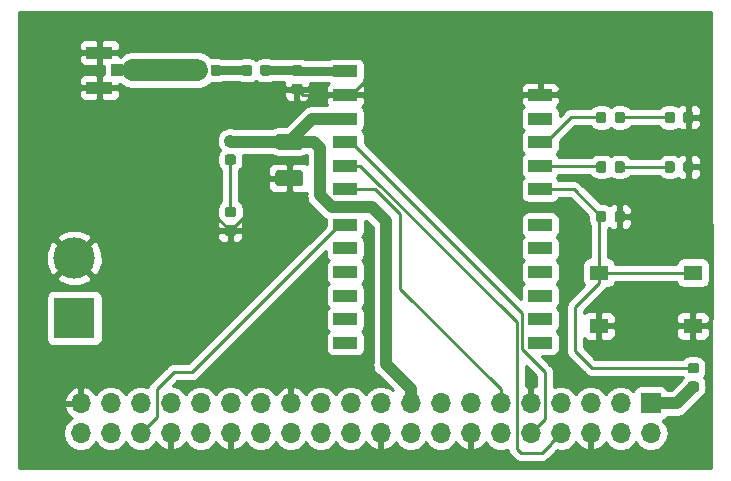
<source format=gbr>
G04 #@! TF.GenerationSoftware,KiCad,Pcbnew,(5.0.1-3-g963ef8bb5)*
G04 #@! TF.CreationDate,2018-11-19T18:06:17+01:00*
G04 #@! TF.ProjectId,wmbus_pihat,776D6275735F70696861742E6B696361,0.1*
G04 #@! TF.SameCoordinates,Original*
G04 #@! TF.FileFunction,Copper,L1,Top,Signal*
G04 #@! TF.FilePolarity,Positive*
%FSLAX46Y46*%
G04 Gerber Fmt 4.6, Leading zero omitted, Abs format (unit mm)*
G04 Created by KiCad (PCBNEW (5.0.1-3-g963ef8bb5)) date Monday 19 November 2018 at 18:06:17*
%MOMM*%
%LPD*%
G01*
G04 APERTURE LIST*
G04 #@! TA.AperFunction,SMDPad,CuDef*
%ADD10R,2.000000X1.000000*%
G04 #@! TD*
G04 #@! TA.AperFunction,Conductor*
%ADD11C,0.100000*%
G04 #@! TD*
G04 #@! TA.AperFunction,SMDPad,CuDef*
%ADD12C,0.875000*%
G04 #@! TD*
G04 #@! TA.AperFunction,SMDPad,CuDef*
%ADD13C,1.325000*%
G04 #@! TD*
G04 #@! TA.AperFunction,SMDPad,CuDef*
%ADD14R,2.200000X1.050000*%
G04 #@! TD*
G04 #@! TA.AperFunction,SMDPad,CuDef*
%ADD15R,1.050000X1.000000*%
G04 #@! TD*
G04 #@! TA.AperFunction,SMDPad,CuDef*
%ADD16R,1.550000X1.300000*%
G04 #@! TD*
G04 #@! TA.AperFunction,ComponentPad*
%ADD17R,3.500120X3.500120*%
G04 #@! TD*
G04 #@! TA.AperFunction,ComponentPad*
%ADD18C,3.500120*%
G04 #@! TD*
G04 #@! TA.AperFunction,ComponentPad*
%ADD19R,1.700000X1.700000*%
G04 #@! TD*
G04 #@! TA.AperFunction,ComponentPad*
%ADD20O,1.700000X1.700000*%
G04 #@! TD*
G04 #@! TA.AperFunction,Conductor*
%ADD21C,1.900000*%
G04 #@! TD*
G04 #@! TA.AperFunction,Conductor*
%ADD22C,0.250000*%
G04 #@! TD*
G04 #@! TA.AperFunction,Conductor*
%ADD23C,0.750000*%
G04 #@! TD*
G04 #@! TA.AperFunction,Conductor*
%ADD24C,1.000000*%
G04 #@! TD*
G04 #@! TA.AperFunction,Conductor*
%ADD25C,0.500000*%
G04 #@! TD*
G04 #@! TA.AperFunction,Conductor*
%ADD26C,0.254000*%
G04 #@! TD*
G04 APERTURE END LIST*
D10*
G04 #@! TO.P,U1,1*
G04 #@! TO.N,Net-(C3-Pad1)*
X45350000Y-22700000D03*
G04 #@! TO.P,U1,2*
G04 #@! TO.N,GND*
X45350000Y-24700000D03*
G04 #@! TO.P,U1,3*
G04 #@! TO.N,+3V3*
X45350000Y-26700000D03*
G04 #@! TO.P,U1,4*
G04 #@! TO.N,Net-(J3-Pad10)*
X45350000Y-28700000D03*
G04 #@! TO.P,U1,5*
G04 #@! TO.N,Net-(J3-Pad8)*
X45350000Y-30700000D03*
G04 #@! TO.P,U1,6*
G04 #@! TO.N,Net-(J3-Pad11)*
X45350000Y-32700000D03*
G04 #@! TO.P,U1,7*
G04 #@! TO.N,Net-(J3-Pad36)*
X45350000Y-35700000D03*
G04 #@! TO.P,U1,8*
G04 #@! TO.N,Net-(U1-Pad8)*
X45350000Y-37700000D03*
G04 #@! TO.P,U1,9*
G04 #@! TO.N,Net-(U1-Pad9)*
X45350000Y-39700000D03*
G04 #@! TO.P,U1,10*
G04 #@! TO.N,Net-(U1-Pad10)*
X45350000Y-41700000D03*
G04 #@! TO.P,U1,11*
G04 #@! TO.N,Net-(U1-Pad11)*
X45350000Y-43700000D03*
G04 #@! TO.P,U1,12*
G04 #@! TO.N,Net-(U1-Pad12)*
X45350000Y-45700000D03*
G04 #@! TO.P,U1,13*
G04 #@! TO.N,Net-(U1-Pad13)*
X61850000Y-45700000D03*
G04 #@! TO.P,U1,14*
G04 #@! TO.N,Net-(U1-Pad14)*
X61850000Y-43700000D03*
G04 #@! TO.P,U1,15*
G04 #@! TO.N,Net-(U1-Pad15)*
X61850000Y-41700000D03*
G04 #@! TO.P,U1,16*
G04 #@! TO.N,Net-(U1-Pad16)*
X61850000Y-39700000D03*
G04 #@! TO.P,U1,17*
G04 #@! TO.N,Net-(U1-Pad17)*
X61850000Y-37700000D03*
G04 #@! TO.P,U1,18*
G04 #@! TO.N,Net-(U1-Pad18)*
X61850000Y-35700000D03*
G04 #@! TO.P,U1,19*
G04 #@! TO.N,Net-(C4-Pad1)*
X61850000Y-32700000D03*
G04 #@! TO.P,U1,20*
G04 #@! TO.N,Net-(D3-Pad2)*
X61850000Y-30700000D03*
G04 #@! TO.P,U1,21*
G04 #@! TO.N,Net-(D2-Pad2)*
X61850000Y-28700000D03*
G04 #@! TO.P,U1,22*
G04 #@! TO.N,Net-(U1-Pad22)*
X61850000Y-26700000D03*
G04 #@! TO.P,U1,23*
G04 #@! TO.N,GND*
X61850000Y-24700000D03*
G04 #@! TD*
D11*
G04 #@! TO.N,Net-(C1-Pad2)*
G04 #@! TO.C,C1*
G36*
X33040191Y-22126053D02*
X33061426Y-22129203D01*
X33082250Y-22134419D01*
X33102462Y-22141651D01*
X33121868Y-22150830D01*
X33140281Y-22161866D01*
X33157524Y-22174654D01*
X33173430Y-22189070D01*
X33187846Y-22204976D01*
X33200634Y-22222219D01*
X33211670Y-22240632D01*
X33220849Y-22260038D01*
X33228081Y-22280250D01*
X33233297Y-22301074D01*
X33236447Y-22322309D01*
X33237500Y-22343750D01*
X33237500Y-22856250D01*
X33236447Y-22877691D01*
X33233297Y-22898926D01*
X33228081Y-22919750D01*
X33220849Y-22939962D01*
X33211670Y-22959368D01*
X33200634Y-22977781D01*
X33187846Y-22995024D01*
X33173430Y-23010930D01*
X33157524Y-23025346D01*
X33140281Y-23038134D01*
X33121868Y-23049170D01*
X33102462Y-23058349D01*
X33082250Y-23065581D01*
X33061426Y-23070797D01*
X33040191Y-23073947D01*
X33018750Y-23075000D01*
X32581250Y-23075000D01*
X32559809Y-23073947D01*
X32538574Y-23070797D01*
X32517750Y-23065581D01*
X32497538Y-23058349D01*
X32478132Y-23049170D01*
X32459719Y-23038134D01*
X32442476Y-23025346D01*
X32426570Y-23010930D01*
X32412154Y-22995024D01*
X32399366Y-22977781D01*
X32388330Y-22959368D01*
X32379151Y-22939962D01*
X32371919Y-22919750D01*
X32366703Y-22898926D01*
X32363553Y-22877691D01*
X32362500Y-22856250D01*
X32362500Y-22343750D01*
X32363553Y-22322309D01*
X32366703Y-22301074D01*
X32371919Y-22280250D01*
X32379151Y-22260038D01*
X32388330Y-22240632D01*
X32399366Y-22222219D01*
X32412154Y-22204976D01*
X32426570Y-22189070D01*
X32442476Y-22174654D01*
X32459719Y-22161866D01*
X32478132Y-22150830D01*
X32497538Y-22141651D01*
X32517750Y-22134419D01*
X32538574Y-22129203D01*
X32559809Y-22126053D01*
X32581250Y-22125000D01*
X33018750Y-22125000D01*
X33040191Y-22126053D01*
X33040191Y-22126053D01*
G37*
D12*
G04 #@! TD*
G04 #@! TO.P,C1,2*
G04 #@! TO.N,Net-(C1-Pad2)*
X32800000Y-22600000D03*
D11*
G04 #@! TO.N,Net-(C1-Pad1)*
G04 #@! TO.C,C1*
G36*
X34615191Y-22126053D02*
X34636426Y-22129203D01*
X34657250Y-22134419D01*
X34677462Y-22141651D01*
X34696868Y-22150830D01*
X34715281Y-22161866D01*
X34732524Y-22174654D01*
X34748430Y-22189070D01*
X34762846Y-22204976D01*
X34775634Y-22222219D01*
X34786670Y-22240632D01*
X34795849Y-22260038D01*
X34803081Y-22280250D01*
X34808297Y-22301074D01*
X34811447Y-22322309D01*
X34812500Y-22343750D01*
X34812500Y-22856250D01*
X34811447Y-22877691D01*
X34808297Y-22898926D01*
X34803081Y-22919750D01*
X34795849Y-22939962D01*
X34786670Y-22959368D01*
X34775634Y-22977781D01*
X34762846Y-22995024D01*
X34748430Y-23010930D01*
X34732524Y-23025346D01*
X34715281Y-23038134D01*
X34696868Y-23049170D01*
X34677462Y-23058349D01*
X34657250Y-23065581D01*
X34636426Y-23070797D01*
X34615191Y-23073947D01*
X34593750Y-23075000D01*
X34156250Y-23075000D01*
X34134809Y-23073947D01*
X34113574Y-23070797D01*
X34092750Y-23065581D01*
X34072538Y-23058349D01*
X34053132Y-23049170D01*
X34034719Y-23038134D01*
X34017476Y-23025346D01*
X34001570Y-23010930D01*
X33987154Y-22995024D01*
X33974366Y-22977781D01*
X33963330Y-22959368D01*
X33954151Y-22939962D01*
X33946919Y-22919750D01*
X33941703Y-22898926D01*
X33938553Y-22877691D01*
X33937500Y-22856250D01*
X33937500Y-22343750D01*
X33938553Y-22322309D01*
X33941703Y-22301074D01*
X33946919Y-22280250D01*
X33954151Y-22260038D01*
X33963330Y-22240632D01*
X33974366Y-22222219D01*
X33987154Y-22204976D01*
X34001570Y-22189070D01*
X34017476Y-22174654D01*
X34034719Y-22161866D01*
X34053132Y-22150830D01*
X34072538Y-22141651D01*
X34092750Y-22134419D01*
X34113574Y-22129203D01*
X34134809Y-22126053D01*
X34156250Y-22125000D01*
X34593750Y-22125000D01*
X34615191Y-22126053D01*
X34615191Y-22126053D01*
G37*
D12*
G04 #@! TD*
G04 #@! TO.P,C1,1*
G04 #@! TO.N,Net-(C1-Pad1)*
X34375000Y-22600000D03*
D11*
G04 #@! TO.N,+3V3*
G04 #@! TO.C,C2*
G36*
X41549505Y-28001204D02*
X41573773Y-28004804D01*
X41597572Y-28010765D01*
X41620671Y-28019030D01*
X41642850Y-28029520D01*
X41663893Y-28042132D01*
X41683599Y-28056747D01*
X41701777Y-28073223D01*
X41718253Y-28091401D01*
X41732868Y-28111107D01*
X41745480Y-28132150D01*
X41755970Y-28154329D01*
X41764235Y-28177428D01*
X41770196Y-28201227D01*
X41773796Y-28225495D01*
X41775000Y-28249999D01*
X41775000Y-29075001D01*
X41773796Y-29099505D01*
X41770196Y-29123773D01*
X41764235Y-29147572D01*
X41755970Y-29170671D01*
X41745480Y-29192850D01*
X41732868Y-29213893D01*
X41718253Y-29233599D01*
X41701777Y-29251777D01*
X41683599Y-29268253D01*
X41663893Y-29282868D01*
X41642850Y-29295480D01*
X41620671Y-29305970D01*
X41597572Y-29314235D01*
X41573773Y-29320196D01*
X41549505Y-29323796D01*
X41525001Y-29325000D01*
X39674999Y-29325000D01*
X39650495Y-29323796D01*
X39626227Y-29320196D01*
X39602428Y-29314235D01*
X39579329Y-29305970D01*
X39557150Y-29295480D01*
X39536107Y-29282868D01*
X39516401Y-29268253D01*
X39498223Y-29251777D01*
X39481747Y-29233599D01*
X39467132Y-29213893D01*
X39454520Y-29192850D01*
X39444030Y-29170671D01*
X39435765Y-29147572D01*
X39429804Y-29123773D01*
X39426204Y-29099505D01*
X39425000Y-29075001D01*
X39425000Y-28249999D01*
X39426204Y-28225495D01*
X39429804Y-28201227D01*
X39435765Y-28177428D01*
X39444030Y-28154329D01*
X39454520Y-28132150D01*
X39467132Y-28111107D01*
X39481747Y-28091401D01*
X39498223Y-28073223D01*
X39516401Y-28056747D01*
X39536107Y-28042132D01*
X39557150Y-28029520D01*
X39579329Y-28019030D01*
X39602428Y-28010765D01*
X39626227Y-28004804D01*
X39650495Y-28001204D01*
X39674999Y-28000000D01*
X41525001Y-28000000D01*
X41549505Y-28001204D01*
X41549505Y-28001204D01*
G37*
D13*
G04 #@! TD*
G04 #@! TO.P,C2,1*
G04 #@! TO.N,+3V3*
X40600000Y-28662500D03*
D11*
G04 #@! TO.N,GND*
G04 #@! TO.C,C2*
G36*
X41549505Y-31076204D02*
X41573773Y-31079804D01*
X41597572Y-31085765D01*
X41620671Y-31094030D01*
X41642850Y-31104520D01*
X41663893Y-31117132D01*
X41683599Y-31131747D01*
X41701777Y-31148223D01*
X41718253Y-31166401D01*
X41732868Y-31186107D01*
X41745480Y-31207150D01*
X41755970Y-31229329D01*
X41764235Y-31252428D01*
X41770196Y-31276227D01*
X41773796Y-31300495D01*
X41775000Y-31324999D01*
X41775000Y-32150001D01*
X41773796Y-32174505D01*
X41770196Y-32198773D01*
X41764235Y-32222572D01*
X41755970Y-32245671D01*
X41745480Y-32267850D01*
X41732868Y-32288893D01*
X41718253Y-32308599D01*
X41701777Y-32326777D01*
X41683599Y-32343253D01*
X41663893Y-32357868D01*
X41642850Y-32370480D01*
X41620671Y-32380970D01*
X41597572Y-32389235D01*
X41573773Y-32395196D01*
X41549505Y-32398796D01*
X41525001Y-32400000D01*
X39674999Y-32400000D01*
X39650495Y-32398796D01*
X39626227Y-32395196D01*
X39602428Y-32389235D01*
X39579329Y-32380970D01*
X39557150Y-32370480D01*
X39536107Y-32357868D01*
X39516401Y-32343253D01*
X39498223Y-32326777D01*
X39481747Y-32308599D01*
X39467132Y-32288893D01*
X39454520Y-32267850D01*
X39444030Y-32245671D01*
X39435765Y-32222572D01*
X39429804Y-32198773D01*
X39426204Y-32174505D01*
X39425000Y-32150001D01*
X39425000Y-31324999D01*
X39426204Y-31300495D01*
X39429804Y-31276227D01*
X39435765Y-31252428D01*
X39444030Y-31229329D01*
X39454520Y-31207150D01*
X39467132Y-31186107D01*
X39481747Y-31166401D01*
X39498223Y-31148223D01*
X39516401Y-31131747D01*
X39536107Y-31117132D01*
X39557150Y-31104520D01*
X39579329Y-31094030D01*
X39602428Y-31085765D01*
X39626227Y-31079804D01*
X39650495Y-31076204D01*
X39674999Y-31075000D01*
X41525001Y-31075000D01*
X41549505Y-31076204D01*
X41549505Y-31076204D01*
G37*
D13*
G04 #@! TD*
G04 #@! TO.P,C2,2*
G04 #@! TO.N,GND*
X40600000Y-31737500D03*
D11*
G04 #@! TO.N,Net-(C3-Pad1)*
G04 #@! TO.C,C3*
G36*
X41527691Y-22188553D02*
X41548926Y-22191703D01*
X41569750Y-22196919D01*
X41589962Y-22204151D01*
X41609368Y-22213330D01*
X41627781Y-22224366D01*
X41645024Y-22237154D01*
X41660930Y-22251570D01*
X41675346Y-22267476D01*
X41688134Y-22284719D01*
X41699170Y-22303132D01*
X41708349Y-22322538D01*
X41715581Y-22342750D01*
X41720797Y-22363574D01*
X41723947Y-22384809D01*
X41725000Y-22406250D01*
X41725000Y-22843750D01*
X41723947Y-22865191D01*
X41720797Y-22886426D01*
X41715581Y-22907250D01*
X41708349Y-22927462D01*
X41699170Y-22946868D01*
X41688134Y-22965281D01*
X41675346Y-22982524D01*
X41660930Y-22998430D01*
X41645024Y-23012846D01*
X41627781Y-23025634D01*
X41609368Y-23036670D01*
X41589962Y-23045849D01*
X41569750Y-23053081D01*
X41548926Y-23058297D01*
X41527691Y-23061447D01*
X41506250Y-23062500D01*
X40993750Y-23062500D01*
X40972309Y-23061447D01*
X40951074Y-23058297D01*
X40930250Y-23053081D01*
X40910038Y-23045849D01*
X40890632Y-23036670D01*
X40872219Y-23025634D01*
X40854976Y-23012846D01*
X40839070Y-22998430D01*
X40824654Y-22982524D01*
X40811866Y-22965281D01*
X40800830Y-22946868D01*
X40791651Y-22927462D01*
X40784419Y-22907250D01*
X40779203Y-22886426D01*
X40776053Y-22865191D01*
X40775000Y-22843750D01*
X40775000Y-22406250D01*
X40776053Y-22384809D01*
X40779203Y-22363574D01*
X40784419Y-22342750D01*
X40791651Y-22322538D01*
X40800830Y-22303132D01*
X40811866Y-22284719D01*
X40824654Y-22267476D01*
X40839070Y-22251570D01*
X40854976Y-22237154D01*
X40872219Y-22224366D01*
X40890632Y-22213330D01*
X40910038Y-22204151D01*
X40930250Y-22196919D01*
X40951074Y-22191703D01*
X40972309Y-22188553D01*
X40993750Y-22187500D01*
X41506250Y-22187500D01*
X41527691Y-22188553D01*
X41527691Y-22188553D01*
G37*
D12*
G04 #@! TD*
G04 #@! TO.P,C3,1*
G04 #@! TO.N,Net-(C3-Pad1)*
X41250000Y-22625000D03*
D11*
G04 #@! TO.N,GND*
G04 #@! TO.C,C3*
G36*
X41527691Y-23763553D02*
X41548926Y-23766703D01*
X41569750Y-23771919D01*
X41589962Y-23779151D01*
X41609368Y-23788330D01*
X41627781Y-23799366D01*
X41645024Y-23812154D01*
X41660930Y-23826570D01*
X41675346Y-23842476D01*
X41688134Y-23859719D01*
X41699170Y-23878132D01*
X41708349Y-23897538D01*
X41715581Y-23917750D01*
X41720797Y-23938574D01*
X41723947Y-23959809D01*
X41725000Y-23981250D01*
X41725000Y-24418750D01*
X41723947Y-24440191D01*
X41720797Y-24461426D01*
X41715581Y-24482250D01*
X41708349Y-24502462D01*
X41699170Y-24521868D01*
X41688134Y-24540281D01*
X41675346Y-24557524D01*
X41660930Y-24573430D01*
X41645024Y-24587846D01*
X41627781Y-24600634D01*
X41609368Y-24611670D01*
X41589962Y-24620849D01*
X41569750Y-24628081D01*
X41548926Y-24633297D01*
X41527691Y-24636447D01*
X41506250Y-24637500D01*
X40993750Y-24637500D01*
X40972309Y-24636447D01*
X40951074Y-24633297D01*
X40930250Y-24628081D01*
X40910038Y-24620849D01*
X40890632Y-24611670D01*
X40872219Y-24600634D01*
X40854976Y-24587846D01*
X40839070Y-24573430D01*
X40824654Y-24557524D01*
X40811866Y-24540281D01*
X40800830Y-24521868D01*
X40791651Y-24502462D01*
X40784419Y-24482250D01*
X40779203Y-24461426D01*
X40776053Y-24440191D01*
X40775000Y-24418750D01*
X40775000Y-23981250D01*
X40776053Y-23959809D01*
X40779203Y-23938574D01*
X40784419Y-23917750D01*
X40791651Y-23897538D01*
X40800830Y-23878132D01*
X40811866Y-23859719D01*
X40824654Y-23842476D01*
X40839070Y-23826570D01*
X40854976Y-23812154D01*
X40872219Y-23799366D01*
X40890632Y-23788330D01*
X40910038Y-23779151D01*
X40930250Y-23771919D01*
X40951074Y-23766703D01*
X40972309Y-23763553D01*
X40993750Y-23762500D01*
X41506250Y-23762500D01*
X41527691Y-23763553D01*
X41527691Y-23763553D01*
G37*
D12*
G04 #@! TD*
G04 #@! TO.P,C3,2*
G04 #@! TO.N,GND*
X41250000Y-24200000D03*
D11*
G04 #@! TO.N,GND*
G04 #@! TO.C,C4*
G36*
X68815191Y-34526053D02*
X68836426Y-34529203D01*
X68857250Y-34534419D01*
X68877462Y-34541651D01*
X68896868Y-34550830D01*
X68915281Y-34561866D01*
X68932524Y-34574654D01*
X68948430Y-34589070D01*
X68962846Y-34604976D01*
X68975634Y-34622219D01*
X68986670Y-34640632D01*
X68995849Y-34660038D01*
X69003081Y-34680250D01*
X69008297Y-34701074D01*
X69011447Y-34722309D01*
X69012500Y-34743750D01*
X69012500Y-35256250D01*
X69011447Y-35277691D01*
X69008297Y-35298926D01*
X69003081Y-35319750D01*
X68995849Y-35339962D01*
X68986670Y-35359368D01*
X68975634Y-35377781D01*
X68962846Y-35395024D01*
X68948430Y-35410930D01*
X68932524Y-35425346D01*
X68915281Y-35438134D01*
X68896868Y-35449170D01*
X68877462Y-35458349D01*
X68857250Y-35465581D01*
X68836426Y-35470797D01*
X68815191Y-35473947D01*
X68793750Y-35475000D01*
X68356250Y-35475000D01*
X68334809Y-35473947D01*
X68313574Y-35470797D01*
X68292750Y-35465581D01*
X68272538Y-35458349D01*
X68253132Y-35449170D01*
X68234719Y-35438134D01*
X68217476Y-35425346D01*
X68201570Y-35410930D01*
X68187154Y-35395024D01*
X68174366Y-35377781D01*
X68163330Y-35359368D01*
X68154151Y-35339962D01*
X68146919Y-35319750D01*
X68141703Y-35298926D01*
X68138553Y-35277691D01*
X68137500Y-35256250D01*
X68137500Y-34743750D01*
X68138553Y-34722309D01*
X68141703Y-34701074D01*
X68146919Y-34680250D01*
X68154151Y-34660038D01*
X68163330Y-34640632D01*
X68174366Y-34622219D01*
X68187154Y-34604976D01*
X68201570Y-34589070D01*
X68217476Y-34574654D01*
X68234719Y-34561866D01*
X68253132Y-34550830D01*
X68272538Y-34541651D01*
X68292750Y-34534419D01*
X68313574Y-34529203D01*
X68334809Y-34526053D01*
X68356250Y-34525000D01*
X68793750Y-34525000D01*
X68815191Y-34526053D01*
X68815191Y-34526053D01*
G37*
D12*
G04 #@! TD*
G04 #@! TO.P,C4,2*
G04 #@! TO.N,GND*
X68575000Y-35000000D03*
D11*
G04 #@! TO.N,Net-(C4-Pad1)*
G04 #@! TO.C,C4*
G36*
X67240191Y-34526053D02*
X67261426Y-34529203D01*
X67282250Y-34534419D01*
X67302462Y-34541651D01*
X67321868Y-34550830D01*
X67340281Y-34561866D01*
X67357524Y-34574654D01*
X67373430Y-34589070D01*
X67387846Y-34604976D01*
X67400634Y-34622219D01*
X67411670Y-34640632D01*
X67420849Y-34660038D01*
X67428081Y-34680250D01*
X67433297Y-34701074D01*
X67436447Y-34722309D01*
X67437500Y-34743750D01*
X67437500Y-35256250D01*
X67436447Y-35277691D01*
X67433297Y-35298926D01*
X67428081Y-35319750D01*
X67420849Y-35339962D01*
X67411670Y-35359368D01*
X67400634Y-35377781D01*
X67387846Y-35395024D01*
X67373430Y-35410930D01*
X67357524Y-35425346D01*
X67340281Y-35438134D01*
X67321868Y-35449170D01*
X67302462Y-35458349D01*
X67282250Y-35465581D01*
X67261426Y-35470797D01*
X67240191Y-35473947D01*
X67218750Y-35475000D01*
X66781250Y-35475000D01*
X66759809Y-35473947D01*
X66738574Y-35470797D01*
X66717750Y-35465581D01*
X66697538Y-35458349D01*
X66678132Y-35449170D01*
X66659719Y-35438134D01*
X66642476Y-35425346D01*
X66626570Y-35410930D01*
X66612154Y-35395024D01*
X66599366Y-35377781D01*
X66588330Y-35359368D01*
X66579151Y-35339962D01*
X66571919Y-35319750D01*
X66566703Y-35298926D01*
X66563553Y-35277691D01*
X66562500Y-35256250D01*
X66562500Y-34743750D01*
X66563553Y-34722309D01*
X66566703Y-34701074D01*
X66571919Y-34680250D01*
X66579151Y-34660038D01*
X66588330Y-34640632D01*
X66599366Y-34622219D01*
X66612154Y-34604976D01*
X66626570Y-34589070D01*
X66642476Y-34574654D01*
X66659719Y-34561866D01*
X66678132Y-34550830D01*
X66697538Y-34541651D01*
X66717750Y-34534419D01*
X66738574Y-34529203D01*
X66759809Y-34526053D01*
X66781250Y-34525000D01*
X67218750Y-34525000D01*
X67240191Y-34526053D01*
X67240191Y-34526053D01*
G37*
D12*
G04 #@! TD*
G04 #@! TO.P,C4,1*
G04 #@! TO.N,Net-(C4-Pad1)*
X67000000Y-35000000D03*
D11*
G04 #@! TO.N,Net-(D1-Pad1)*
G04 #@! TO.C,D1*
G36*
X35877691Y-29738553D02*
X35898926Y-29741703D01*
X35919750Y-29746919D01*
X35939962Y-29754151D01*
X35959368Y-29763330D01*
X35977781Y-29774366D01*
X35995024Y-29787154D01*
X36010930Y-29801570D01*
X36025346Y-29817476D01*
X36038134Y-29834719D01*
X36049170Y-29853132D01*
X36058349Y-29872538D01*
X36065581Y-29892750D01*
X36070797Y-29913574D01*
X36073947Y-29934809D01*
X36075000Y-29956250D01*
X36075000Y-30393750D01*
X36073947Y-30415191D01*
X36070797Y-30436426D01*
X36065581Y-30457250D01*
X36058349Y-30477462D01*
X36049170Y-30496868D01*
X36038134Y-30515281D01*
X36025346Y-30532524D01*
X36010930Y-30548430D01*
X35995024Y-30562846D01*
X35977781Y-30575634D01*
X35959368Y-30586670D01*
X35939962Y-30595849D01*
X35919750Y-30603081D01*
X35898926Y-30608297D01*
X35877691Y-30611447D01*
X35856250Y-30612500D01*
X35343750Y-30612500D01*
X35322309Y-30611447D01*
X35301074Y-30608297D01*
X35280250Y-30603081D01*
X35260038Y-30595849D01*
X35240632Y-30586670D01*
X35222219Y-30575634D01*
X35204976Y-30562846D01*
X35189070Y-30548430D01*
X35174654Y-30532524D01*
X35161866Y-30515281D01*
X35150830Y-30496868D01*
X35141651Y-30477462D01*
X35134419Y-30457250D01*
X35129203Y-30436426D01*
X35126053Y-30415191D01*
X35125000Y-30393750D01*
X35125000Y-29956250D01*
X35126053Y-29934809D01*
X35129203Y-29913574D01*
X35134419Y-29892750D01*
X35141651Y-29872538D01*
X35150830Y-29853132D01*
X35161866Y-29834719D01*
X35174654Y-29817476D01*
X35189070Y-29801570D01*
X35204976Y-29787154D01*
X35222219Y-29774366D01*
X35240632Y-29763330D01*
X35260038Y-29754151D01*
X35280250Y-29746919D01*
X35301074Y-29741703D01*
X35322309Y-29738553D01*
X35343750Y-29737500D01*
X35856250Y-29737500D01*
X35877691Y-29738553D01*
X35877691Y-29738553D01*
G37*
D12*
G04 #@! TD*
G04 #@! TO.P,D1,1*
G04 #@! TO.N,Net-(D1-Pad1)*
X35600000Y-30175000D03*
D11*
G04 #@! TO.N,+3V3*
G04 #@! TO.C,D1*
G36*
X35877691Y-28163553D02*
X35898926Y-28166703D01*
X35919750Y-28171919D01*
X35939962Y-28179151D01*
X35959368Y-28188330D01*
X35977781Y-28199366D01*
X35995024Y-28212154D01*
X36010930Y-28226570D01*
X36025346Y-28242476D01*
X36038134Y-28259719D01*
X36049170Y-28278132D01*
X36058349Y-28297538D01*
X36065581Y-28317750D01*
X36070797Y-28338574D01*
X36073947Y-28359809D01*
X36075000Y-28381250D01*
X36075000Y-28818750D01*
X36073947Y-28840191D01*
X36070797Y-28861426D01*
X36065581Y-28882250D01*
X36058349Y-28902462D01*
X36049170Y-28921868D01*
X36038134Y-28940281D01*
X36025346Y-28957524D01*
X36010930Y-28973430D01*
X35995024Y-28987846D01*
X35977781Y-29000634D01*
X35959368Y-29011670D01*
X35939962Y-29020849D01*
X35919750Y-29028081D01*
X35898926Y-29033297D01*
X35877691Y-29036447D01*
X35856250Y-29037500D01*
X35343750Y-29037500D01*
X35322309Y-29036447D01*
X35301074Y-29033297D01*
X35280250Y-29028081D01*
X35260038Y-29020849D01*
X35240632Y-29011670D01*
X35222219Y-29000634D01*
X35204976Y-28987846D01*
X35189070Y-28973430D01*
X35174654Y-28957524D01*
X35161866Y-28940281D01*
X35150830Y-28921868D01*
X35141651Y-28902462D01*
X35134419Y-28882250D01*
X35129203Y-28861426D01*
X35126053Y-28840191D01*
X35125000Y-28818750D01*
X35125000Y-28381250D01*
X35126053Y-28359809D01*
X35129203Y-28338574D01*
X35134419Y-28317750D01*
X35141651Y-28297538D01*
X35150830Y-28278132D01*
X35161866Y-28259719D01*
X35174654Y-28242476D01*
X35189070Y-28226570D01*
X35204976Y-28212154D01*
X35222219Y-28199366D01*
X35240632Y-28188330D01*
X35260038Y-28179151D01*
X35280250Y-28171919D01*
X35301074Y-28166703D01*
X35322309Y-28163553D01*
X35343750Y-28162500D01*
X35856250Y-28162500D01*
X35877691Y-28163553D01*
X35877691Y-28163553D01*
G37*
D12*
G04 #@! TD*
G04 #@! TO.P,D1,2*
G04 #@! TO.N,+3V3*
X35600000Y-28600000D03*
D11*
G04 #@! TO.N,Net-(D2-Pad1)*
G04 #@! TO.C,D2*
G36*
X68827691Y-26126053D02*
X68848926Y-26129203D01*
X68869750Y-26134419D01*
X68889962Y-26141651D01*
X68909368Y-26150830D01*
X68927781Y-26161866D01*
X68945024Y-26174654D01*
X68960930Y-26189070D01*
X68975346Y-26204976D01*
X68988134Y-26222219D01*
X68999170Y-26240632D01*
X69008349Y-26260038D01*
X69015581Y-26280250D01*
X69020797Y-26301074D01*
X69023947Y-26322309D01*
X69025000Y-26343750D01*
X69025000Y-26856250D01*
X69023947Y-26877691D01*
X69020797Y-26898926D01*
X69015581Y-26919750D01*
X69008349Y-26939962D01*
X68999170Y-26959368D01*
X68988134Y-26977781D01*
X68975346Y-26995024D01*
X68960930Y-27010930D01*
X68945024Y-27025346D01*
X68927781Y-27038134D01*
X68909368Y-27049170D01*
X68889962Y-27058349D01*
X68869750Y-27065581D01*
X68848926Y-27070797D01*
X68827691Y-27073947D01*
X68806250Y-27075000D01*
X68368750Y-27075000D01*
X68347309Y-27073947D01*
X68326074Y-27070797D01*
X68305250Y-27065581D01*
X68285038Y-27058349D01*
X68265632Y-27049170D01*
X68247219Y-27038134D01*
X68229976Y-27025346D01*
X68214070Y-27010930D01*
X68199654Y-26995024D01*
X68186866Y-26977781D01*
X68175830Y-26959368D01*
X68166651Y-26939962D01*
X68159419Y-26919750D01*
X68154203Y-26898926D01*
X68151053Y-26877691D01*
X68150000Y-26856250D01*
X68150000Y-26343750D01*
X68151053Y-26322309D01*
X68154203Y-26301074D01*
X68159419Y-26280250D01*
X68166651Y-26260038D01*
X68175830Y-26240632D01*
X68186866Y-26222219D01*
X68199654Y-26204976D01*
X68214070Y-26189070D01*
X68229976Y-26174654D01*
X68247219Y-26161866D01*
X68265632Y-26150830D01*
X68285038Y-26141651D01*
X68305250Y-26134419D01*
X68326074Y-26129203D01*
X68347309Y-26126053D01*
X68368750Y-26125000D01*
X68806250Y-26125000D01*
X68827691Y-26126053D01*
X68827691Y-26126053D01*
G37*
D12*
G04 #@! TD*
G04 #@! TO.P,D2,1*
G04 #@! TO.N,Net-(D2-Pad1)*
X68587500Y-26600000D03*
D11*
G04 #@! TO.N,Net-(D2-Pad2)*
G04 #@! TO.C,D2*
G36*
X67252691Y-26126053D02*
X67273926Y-26129203D01*
X67294750Y-26134419D01*
X67314962Y-26141651D01*
X67334368Y-26150830D01*
X67352781Y-26161866D01*
X67370024Y-26174654D01*
X67385930Y-26189070D01*
X67400346Y-26204976D01*
X67413134Y-26222219D01*
X67424170Y-26240632D01*
X67433349Y-26260038D01*
X67440581Y-26280250D01*
X67445797Y-26301074D01*
X67448947Y-26322309D01*
X67450000Y-26343750D01*
X67450000Y-26856250D01*
X67448947Y-26877691D01*
X67445797Y-26898926D01*
X67440581Y-26919750D01*
X67433349Y-26939962D01*
X67424170Y-26959368D01*
X67413134Y-26977781D01*
X67400346Y-26995024D01*
X67385930Y-27010930D01*
X67370024Y-27025346D01*
X67352781Y-27038134D01*
X67334368Y-27049170D01*
X67314962Y-27058349D01*
X67294750Y-27065581D01*
X67273926Y-27070797D01*
X67252691Y-27073947D01*
X67231250Y-27075000D01*
X66793750Y-27075000D01*
X66772309Y-27073947D01*
X66751074Y-27070797D01*
X66730250Y-27065581D01*
X66710038Y-27058349D01*
X66690632Y-27049170D01*
X66672219Y-27038134D01*
X66654976Y-27025346D01*
X66639070Y-27010930D01*
X66624654Y-26995024D01*
X66611866Y-26977781D01*
X66600830Y-26959368D01*
X66591651Y-26939962D01*
X66584419Y-26919750D01*
X66579203Y-26898926D01*
X66576053Y-26877691D01*
X66575000Y-26856250D01*
X66575000Y-26343750D01*
X66576053Y-26322309D01*
X66579203Y-26301074D01*
X66584419Y-26280250D01*
X66591651Y-26260038D01*
X66600830Y-26240632D01*
X66611866Y-26222219D01*
X66624654Y-26204976D01*
X66639070Y-26189070D01*
X66654976Y-26174654D01*
X66672219Y-26161866D01*
X66690632Y-26150830D01*
X66710038Y-26141651D01*
X66730250Y-26134419D01*
X66751074Y-26129203D01*
X66772309Y-26126053D01*
X66793750Y-26125000D01*
X67231250Y-26125000D01*
X67252691Y-26126053D01*
X67252691Y-26126053D01*
G37*
D12*
G04 #@! TD*
G04 #@! TO.P,D2,2*
G04 #@! TO.N,Net-(D2-Pad2)*
X67012500Y-26600000D03*
D11*
G04 #@! TO.N,Net-(D3-Pad2)*
G04 #@! TO.C,D3*
G36*
X67252691Y-30326053D02*
X67273926Y-30329203D01*
X67294750Y-30334419D01*
X67314962Y-30341651D01*
X67334368Y-30350830D01*
X67352781Y-30361866D01*
X67370024Y-30374654D01*
X67385930Y-30389070D01*
X67400346Y-30404976D01*
X67413134Y-30422219D01*
X67424170Y-30440632D01*
X67433349Y-30460038D01*
X67440581Y-30480250D01*
X67445797Y-30501074D01*
X67448947Y-30522309D01*
X67450000Y-30543750D01*
X67450000Y-31056250D01*
X67448947Y-31077691D01*
X67445797Y-31098926D01*
X67440581Y-31119750D01*
X67433349Y-31139962D01*
X67424170Y-31159368D01*
X67413134Y-31177781D01*
X67400346Y-31195024D01*
X67385930Y-31210930D01*
X67370024Y-31225346D01*
X67352781Y-31238134D01*
X67334368Y-31249170D01*
X67314962Y-31258349D01*
X67294750Y-31265581D01*
X67273926Y-31270797D01*
X67252691Y-31273947D01*
X67231250Y-31275000D01*
X66793750Y-31275000D01*
X66772309Y-31273947D01*
X66751074Y-31270797D01*
X66730250Y-31265581D01*
X66710038Y-31258349D01*
X66690632Y-31249170D01*
X66672219Y-31238134D01*
X66654976Y-31225346D01*
X66639070Y-31210930D01*
X66624654Y-31195024D01*
X66611866Y-31177781D01*
X66600830Y-31159368D01*
X66591651Y-31139962D01*
X66584419Y-31119750D01*
X66579203Y-31098926D01*
X66576053Y-31077691D01*
X66575000Y-31056250D01*
X66575000Y-30543750D01*
X66576053Y-30522309D01*
X66579203Y-30501074D01*
X66584419Y-30480250D01*
X66591651Y-30460038D01*
X66600830Y-30440632D01*
X66611866Y-30422219D01*
X66624654Y-30404976D01*
X66639070Y-30389070D01*
X66654976Y-30374654D01*
X66672219Y-30361866D01*
X66690632Y-30350830D01*
X66710038Y-30341651D01*
X66730250Y-30334419D01*
X66751074Y-30329203D01*
X66772309Y-30326053D01*
X66793750Y-30325000D01*
X67231250Y-30325000D01*
X67252691Y-30326053D01*
X67252691Y-30326053D01*
G37*
D12*
G04 #@! TD*
G04 #@! TO.P,D3,2*
G04 #@! TO.N,Net-(D3-Pad2)*
X67012500Y-30800000D03*
D11*
G04 #@! TO.N,Net-(D3-Pad1)*
G04 #@! TO.C,D3*
G36*
X68827691Y-30326053D02*
X68848926Y-30329203D01*
X68869750Y-30334419D01*
X68889962Y-30341651D01*
X68909368Y-30350830D01*
X68927781Y-30361866D01*
X68945024Y-30374654D01*
X68960930Y-30389070D01*
X68975346Y-30404976D01*
X68988134Y-30422219D01*
X68999170Y-30440632D01*
X69008349Y-30460038D01*
X69015581Y-30480250D01*
X69020797Y-30501074D01*
X69023947Y-30522309D01*
X69025000Y-30543750D01*
X69025000Y-31056250D01*
X69023947Y-31077691D01*
X69020797Y-31098926D01*
X69015581Y-31119750D01*
X69008349Y-31139962D01*
X68999170Y-31159368D01*
X68988134Y-31177781D01*
X68975346Y-31195024D01*
X68960930Y-31210930D01*
X68945024Y-31225346D01*
X68927781Y-31238134D01*
X68909368Y-31249170D01*
X68889962Y-31258349D01*
X68869750Y-31265581D01*
X68848926Y-31270797D01*
X68827691Y-31273947D01*
X68806250Y-31275000D01*
X68368750Y-31275000D01*
X68347309Y-31273947D01*
X68326074Y-31270797D01*
X68305250Y-31265581D01*
X68285038Y-31258349D01*
X68265632Y-31249170D01*
X68247219Y-31238134D01*
X68229976Y-31225346D01*
X68214070Y-31210930D01*
X68199654Y-31195024D01*
X68186866Y-31177781D01*
X68175830Y-31159368D01*
X68166651Y-31139962D01*
X68159419Y-31119750D01*
X68154203Y-31098926D01*
X68151053Y-31077691D01*
X68150000Y-31056250D01*
X68150000Y-30543750D01*
X68151053Y-30522309D01*
X68154203Y-30501074D01*
X68159419Y-30480250D01*
X68166651Y-30460038D01*
X68175830Y-30440632D01*
X68186866Y-30422219D01*
X68199654Y-30404976D01*
X68214070Y-30389070D01*
X68229976Y-30374654D01*
X68247219Y-30361866D01*
X68265632Y-30350830D01*
X68285038Y-30341651D01*
X68305250Y-30334419D01*
X68326074Y-30329203D01*
X68347309Y-30326053D01*
X68368750Y-30325000D01*
X68806250Y-30325000D01*
X68827691Y-30326053D01*
X68827691Y-30326053D01*
G37*
D12*
G04 #@! TD*
G04 #@! TO.P,D3,1*
G04 #@! TO.N,Net-(D3-Pad1)*
X68587500Y-30800000D03*
D14*
G04 #@! TO.P,J1,2*
G04 #@! TO.N,GND*
X24525000Y-21125000D03*
D15*
G04 #@! TO.P,J1,1*
G04 #@! TO.N,Net-(C1-Pad2)*
X26050000Y-22600000D03*
D14*
G04 #@! TO.P,J1,2*
G04 #@! TO.N,GND*
X24525000Y-24075000D03*
G04 #@! TD*
D11*
G04 #@! TO.N,Net-(C3-Pad1)*
G04 #@! TO.C,L1*
G36*
X38827691Y-22126053D02*
X38848926Y-22129203D01*
X38869750Y-22134419D01*
X38889962Y-22141651D01*
X38909368Y-22150830D01*
X38927781Y-22161866D01*
X38945024Y-22174654D01*
X38960930Y-22189070D01*
X38975346Y-22204976D01*
X38988134Y-22222219D01*
X38999170Y-22240632D01*
X39008349Y-22260038D01*
X39015581Y-22280250D01*
X39020797Y-22301074D01*
X39023947Y-22322309D01*
X39025000Y-22343750D01*
X39025000Y-22856250D01*
X39023947Y-22877691D01*
X39020797Y-22898926D01*
X39015581Y-22919750D01*
X39008349Y-22939962D01*
X38999170Y-22959368D01*
X38988134Y-22977781D01*
X38975346Y-22995024D01*
X38960930Y-23010930D01*
X38945024Y-23025346D01*
X38927781Y-23038134D01*
X38909368Y-23049170D01*
X38889962Y-23058349D01*
X38869750Y-23065581D01*
X38848926Y-23070797D01*
X38827691Y-23073947D01*
X38806250Y-23075000D01*
X38368750Y-23075000D01*
X38347309Y-23073947D01*
X38326074Y-23070797D01*
X38305250Y-23065581D01*
X38285038Y-23058349D01*
X38265632Y-23049170D01*
X38247219Y-23038134D01*
X38229976Y-23025346D01*
X38214070Y-23010930D01*
X38199654Y-22995024D01*
X38186866Y-22977781D01*
X38175830Y-22959368D01*
X38166651Y-22939962D01*
X38159419Y-22919750D01*
X38154203Y-22898926D01*
X38151053Y-22877691D01*
X38150000Y-22856250D01*
X38150000Y-22343750D01*
X38151053Y-22322309D01*
X38154203Y-22301074D01*
X38159419Y-22280250D01*
X38166651Y-22260038D01*
X38175830Y-22240632D01*
X38186866Y-22222219D01*
X38199654Y-22204976D01*
X38214070Y-22189070D01*
X38229976Y-22174654D01*
X38247219Y-22161866D01*
X38265632Y-22150830D01*
X38285038Y-22141651D01*
X38305250Y-22134419D01*
X38326074Y-22129203D01*
X38347309Y-22126053D01*
X38368750Y-22125000D01*
X38806250Y-22125000D01*
X38827691Y-22126053D01*
X38827691Y-22126053D01*
G37*
D12*
G04 #@! TD*
G04 #@! TO.P,L1,1*
G04 #@! TO.N,Net-(C3-Pad1)*
X38587500Y-22600000D03*
D11*
G04 #@! TO.N,Net-(C1-Pad1)*
G04 #@! TO.C,L1*
G36*
X37252691Y-22126053D02*
X37273926Y-22129203D01*
X37294750Y-22134419D01*
X37314962Y-22141651D01*
X37334368Y-22150830D01*
X37352781Y-22161866D01*
X37370024Y-22174654D01*
X37385930Y-22189070D01*
X37400346Y-22204976D01*
X37413134Y-22222219D01*
X37424170Y-22240632D01*
X37433349Y-22260038D01*
X37440581Y-22280250D01*
X37445797Y-22301074D01*
X37448947Y-22322309D01*
X37450000Y-22343750D01*
X37450000Y-22856250D01*
X37448947Y-22877691D01*
X37445797Y-22898926D01*
X37440581Y-22919750D01*
X37433349Y-22939962D01*
X37424170Y-22959368D01*
X37413134Y-22977781D01*
X37400346Y-22995024D01*
X37385930Y-23010930D01*
X37370024Y-23025346D01*
X37352781Y-23038134D01*
X37334368Y-23049170D01*
X37314962Y-23058349D01*
X37294750Y-23065581D01*
X37273926Y-23070797D01*
X37252691Y-23073947D01*
X37231250Y-23075000D01*
X36793750Y-23075000D01*
X36772309Y-23073947D01*
X36751074Y-23070797D01*
X36730250Y-23065581D01*
X36710038Y-23058349D01*
X36690632Y-23049170D01*
X36672219Y-23038134D01*
X36654976Y-23025346D01*
X36639070Y-23010930D01*
X36624654Y-22995024D01*
X36611866Y-22977781D01*
X36600830Y-22959368D01*
X36591651Y-22939962D01*
X36584419Y-22919750D01*
X36579203Y-22898926D01*
X36576053Y-22877691D01*
X36575000Y-22856250D01*
X36575000Y-22343750D01*
X36576053Y-22322309D01*
X36579203Y-22301074D01*
X36584419Y-22280250D01*
X36591651Y-22260038D01*
X36600830Y-22240632D01*
X36611866Y-22222219D01*
X36624654Y-22204976D01*
X36639070Y-22189070D01*
X36654976Y-22174654D01*
X36672219Y-22161866D01*
X36690632Y-22150830D01*
X36710038Y-22141651D01*
X36730250Y-22134419D01*
X36751074Y-22129203D01*
X36772309Y-22126053D01*
X36793750Y-22125000D01*
X37231250Y-22125000D01*
X37252691Y-22126053D01*
X37252691Y-22126053D01*
G37*
D12*
G04 #@! TD*
G04 #@! TO.P,L1,2*
G04 #@! TO.N,Net-(C1-Pad1)*
X37012500Y-22600000D03*
D11*
G04 #@! TO.N,Net-(D1-Pad1)*
G04 #@! TO.C,R1*
G36*
X35890191Y-34176053D02*
X35911426Y-34179203D01*
X35932250Y-34184419D01*
X35952462Y-34191651D01*
X35971868Y-34200830D01*
X35990281Y-34211866D01*
X36007524Y-34224654D01*
X36023430Y-34239070D01*
X36037846Y-34254976D01*
X36050634Y-34272219D01*
X36061670Y-34290632D01*
X36070849Y-34310038D01*
X36078081Y-34330250D01*
X36083297Y-34351074D01*
X36086447Y-34372309D01*
X36087500Y-34393750D01*
X36087500Y-34831250D01*
X36086447Y-34852691D01*
X36083297Y-34873926D01*
X36078081Y-34894750D01*
X36070849Y-34914962D01*
X36061670Y-34934368D01*
X36050634Y-34952781D01*
X36037846Y-34970024D01*
X36023430Y-34985930D01*
X36007524Y-35000346D01*
X35990281Y-35013134D01*
X35971868Y-35024170D01*
X35952462Y-35033349D01*
X35932250Y-35040581D01*
X35911426Y-35045797D01*
X35890191Y-35048947D01*
X35868750Y-35050000D01*
X35356250Y-35050000D01*
X35334809Y-35048947D01*
X35313574Y-35045797D01*
X35292750Y-35040581D01*
X35272538Y-35033349D01*
X35253132Y-35024170D01*
X35234719Y-35013134D01*
X35217476Y-35000346D01*
X35201570Y-34985930D01*
X35187154Y-34970024D01*
X35174366Y-34952781D01*
X35163330Y-34934368D01*
X35154151Y-34914962D01*
X35146919Y-34894750D01*
X35141703Y-34873926D01*
X35138553Y-34852691D01*
X35137500Y-34831250D01*
X35137500Y-34393750D01*
X35138553Y-34372309D01*
X35141703Y-34351074D01*
X35146919Y-34330250D01*
X35154151Y-34310038D01*
X35163330Y-34290632D01*
X35174366Y-34272219D01*
X35187154Y-34254976D01*
X35201570Y-34239070D01*
X35217476Y-34224654D01*
X35234719Y-34211866D01*
X35253132Y-34200830D01*
X35272538Y-34191651D01*
X35292750Y-34184419D01*
X35313574Y-34179203D01*
X35334809Y-34176053D01*
X35356250Y-34175000D01*
X35868750Y-34175000D01*
X35890191Y-34176053D01*
X35890191Y-34176053D01*
G37*
D12*
G04 #@! TD*
G04 #@! TO.P,R1,1*
G04 #@! TO.N,Net-(D1-Pad1)*
X35612500Y-34612500D03*
D11*
G04 #@! TO.N,GND*
G04 #@! TO.C,R1*
G36*
X35890191Y-35751053D02*
X35911426Y-35754203D01*
X35932250Y-35759419D01*
X35952462Y-35766651D01*
X35971868Y-35775830D01*
X35990281Y-35786866D01*
X36007524Y-35799654D01*
X36023430Y-35814070D01*
X36037846Y-35829976D01*
X36050634Y-35847219D01*
X36061670Y-35865632D01*
X36070849Y-35885038D01*
X36078081Y-35905250D01*
X36083297Y-35926074D01*
X36086447Y-35947309D01*
X36087500Y-35968750D01*
X36087500Y-36406250D01*
X36086447Y-36427691D01*
X36083297Y-36448926D01*
X36078081Y-36469750D01*
X36070849Y-36489962D01*
X36061670Y-36509368D01*
X36050634Y-36527781D01*
X36037846Y-36545024D01*
X36023430Y-36560930D01*
X36007524Y-36575346D01*
X35990281Y-36588134D01*
X35971868Y-36599170D01*
X35952462Y-36608349D01*
X35932250Y-36615581D01*
X35911426Y-36620797D01*
X35890191Y-36623947D01*
X35868750Y-36625000D01*
X35356250Y-36625000D01*
X35334809Y-36623947D01*
X35313574Y-36620797D01*
X35292750Y-36615581D01*
X35272538Y-36608349D01*
X35253132Y-36599170D01*
X35234719Y-36588134D01*
X35217476Y-36575346D01*
X35201570Y-36560930D01*
X35187154Y-36545024D01*
X35174366Y-36527781D01*
X35163330Y-36509368D01*
X35154151Y-36489962D01*
X35146919Y-36469750D01*
X35141703Y-36448926D01*
X35138553Y-36427691D01*
X35137500Y-36406250D01*
X35137500Y-35968750D01*
X35138553Y-35947309D01*
X35141703Y-35926074D01*
X35146919Y-35905250D01*
X35154151Y-35885038D01*
X35163330Y-35865632D01*
X35174366Y-35847219D01*
X35187154Y-35829976D01*
X35201570Y-35814070D01*
X35217476Y-35799654D01*
X35234719Y-35786866D01*
X35253132Y-35775830D01*
X35272538Y-35766651D01*
X35292750Y-35759419D01*
X35313574Y-35754203D01*
X35334809Y-35751053D01*
X35356250Y-35750000D01*
X35868750Y-35750000D01*
X35890191Y-35751053D01*
X35890191Y-35751053D01*
G37*
D12*
G04 #@! TD*
G04 #@! TO.P,R1,2*
G04 #@! TO.N,GND*
X35612500Y-36187500D03*
D11*
G04 #@! TO.N,Net-(D2-Pad1)*
G04 #@! TO.C,R2*
G36*
X73052691Y-26126053D02*
X73073926Y-26129203D01*
X73094750Y-26134419D01*
X73114962Y-26141651D01*
X73134368Y-26150830D01*
X73152781Y-26161866D01*
X73170024Y-26174654D01*
X73185930Y-26189070D01*
X73200346Y-26204976D01*
X73213134Y-26222219D01*
X73224170Y-26240632D01*
X73233349Y-26260038D01*
X73240581Y-26280250D01*
X73245797Y-26301074D01*
X73248947Y-26322309D01*
X73250000Y-26343750D01*
X73250000Y-26856250D01*
X73248947Y-26877691D01*
X73245797Y-26898926D01*
X73240581Y-26919750D01*
X73233349Y-26939962D01*
X73224170Y-26959368D01*
X73213134Y-26977781D01*
X73200346Y-26995024D01*
X73185930Y-27010930D01*
X73170024Y-27025346D01*
X73152781Y-27038134D01*
X73134368Y-27049170D01*
X73114962Y-27058349D01*
X73094750Y-27065581D01*
X73073926Y-27070797D01*
X73052691Y-27073947D01*
X73031250Y-27075000D01*
X72593750Y-27075000D01*
X72572309Y-27073947D01*
X72551074Y-27070797D01*
X72530250Y-27065581D01*
X72510038Y-27058349D01*
X72490632Y-27049170D01*
X72472219Y-27038134D01*
X72454976Y-27025346D01*
X72439070Y-27010930D01*
X72424654Y-26995024D01*
X72411866Y-26977781D01*
X72400830Y-26959368D01*
X72391651Y-26939962D01*
X72384419Y-26919750D01*
X72379203Y-26898926D01*
X72376053Y-26877691D01*
X72375000Y-26856250D01*
X72375000Y-26343750D01*
X72376053Y-26322309D01*
X72379203Y-26301074D01*
X72384419Y-26280250D01*
X72391651Y-26260038D01*
X72400830Y-26240632D01*
X72411866Y-26222219D01*
X72424654Y-26204976D01*
X72439070Y-26189070D01*
X72454976Y-26174654D01*
X72472219Y-26161866D01*
X72490632Y-26150830D01*
X72510038Y-26141651D01*
X72530250Y-26134419D01*
X72551074Y-26129203D01*
X72572309Y-26126053D01*
X72593750Y-26125000D01*
X73031250Y-26125000D01*
X73052691Y-26126053D01*
X73052691Y-26126053D01*
G37*
D12*
G04 #@! TD*
G04 #@! TO.P,R2,1*
G04 #@! TO.N,Net-(D2-Pad1)*
X72812500Y-26600000D03*
D11*
G04 #@! TO.N,GND*
G04 #@! TO.C,R2*
G36*
X74627691Y-26126053D02*
X74648926Y-26129203D01*
X74669750Y-26134419D01*
X74689962Y-26141651D01*
X74709368Y-26150830D01*
X74727781Y-26161866D01*
X74745024Y-26174654D01*
X74760930Y-26189070D01*
X74775346Y-26204976D01*
X74788134Y-26222219D01*
X74799170Y-26240632D01*
X74808349Y-26260038D01*
X74815581Y-26280250D01*
X74820797Y-26301074D01*
X74823947Y-26322309D01*
X74825000Y-26343750D01*
X74825000Y-26856250D01*
X74823947Y-26877691D01*
X74820797Y-26898926D01*
X74815581Y-26919750D01*
X74808349Y-26939962D01*
X74799170Y-26959368D01*
X74788134Y-26977781D01*
X74775346Y-26995024D01*
X74760930Y-27010930D01*
X74745024Y-27025346D01*
X74727781Y-27038134D01*
X74709368Y-27049170D01*
X74689962Y-27058349D01*
X74669750Y-27065581D01*
X74648926Y-27070797D01*
X74627691Y-27073947D01*
X74606250Y-27075000D01*
X74168750Y-27075000D01*
X74147309Y-27073947D01*
X74126074Y-27070797D01*
X74105250Y-27065581D01*
X74085038Y-27058349D01*
X74065632Y-27049170D01*
X74047219Y-27038134D01*
X74029976Y-27025346D01*
X74014070Y-27010930D01*
X73999654Y-26995024D01*
X73986866Y-26977781D01*
X73975830Y-26959368D01*
X73966651Y-26939962D01*
X73959419Y-26919750D01*
X73954203Y-26898926D01*
X73951053Y-26877691D01*
X73950000Y-26856250D01*
X73950000Y-26343750D01*
X73951053Y-26322309D01*
X73954203Y-26301074D01*
X73959419Y-26280250D01*
X73966651Y-26260038D01*
X73975830Y-26240632D01*
X73986866Y-26222219D01*
X73999654Y-26204976D01*
X74014070Y-26189070D01*
X74029976Y-26174654D01*
X74047219Y-26161866D01*
X74065632Y-26150830D01*
X74085038Y-26141651D01*
X74105250Y-26134419D01*
X74126074Y-26129203D01*
X74147309Y-26126053D01*
X74168750Y-26125000D01*
X74606250Y-26125000D01*
X74627691Y-26126053D01*
X74627691Y-26126053D01*
G37*
D12*
G04 #@! TD*
G04 #@! TO.P,R2,2*
G04 #@! TO.N,GND*
X74387500Y-26600000D03*
D11*
G04 #@! TO.N,GND*
G04 #@! TO.C,R3*
G36*
X74627691Y-30326053D02*
X74648926Y-30329203D01*
X74669750Y-30334419D01*
X74689962Y-30341651D01*
X74709368Y-30350830D01*
X74727781Y-30361866D01*
X74745024Y-30374654D01*
X74760930Y-30389070D01*
X74775346Y-30404976D01*
X74788134Y-30422219D01*
X74799170Y-30440632D01*
X74808349Y-30460038D01*
X74815581Y-30480250D01*
X74820797Y-30501074D01*
X74823947Y-30522309D01*
X74825000Y-30543750D01*
X74825000Y-31056250D01*
X74823947Y-31077691D01*
X74820797Y-31098926D01*
X74815581Y-31119750D01*
X74808349Y-31139962D01*
X74799170Y-31159368D01*
X74788134Y-31177781D01*
X74775346Y-31195024D01*
X74760930Y-31210930D01*
X74745024Y-31225346D01*
X74727781Y-31238134D01*
X74709368Y-31249170D01*
X74689962Y-31258349D01*
X74669750Y-31265581D01*
X74648926Y-31270797D01*
X74627691Y-31273947D01*
X74606250Y-31275000D01*
X74168750Y-31275000D01*
X74147309Y-31273947D01*
X74126074Y-31270797D01*
X74105250Y-31265581D01*
X74085038Y-31258349D01*
X74065632Y-31249170D01*
X74047219Y-31238134D01*
X74029976Y-31225346D01*
X74014070Y-31210930D01*
X73999654Y-31195024D01*
X73986866Y-31177781D01*
X73975830Y-31159368D01*
X73966651Y-31139962D01*
X73959419Y-31119750D01*
X73954203Y-31098926D01*
X73951053Y-31077691D01*
X73950000Y-31056250D01*
X73950000Y-30543750D01*
X73951053Y-30522309D01*
X73954203Y-30501074D01*
X73959419Y-30480250D01*
X73966651Y-30460038D01*
X73975830Y-30440632D01*
X73986866Y-30422219D01*
X73999654Y-30404976D01*
X74014070Y-30389070D01*
X74029976Y-30374654D01*
X74047219Y-30361866D01*
X74065632Y-30350830D01*
X74085038Y-30341651D01*
X74105250Y-30334419D01*
X74126074Y-30329203D01*
X74147309Y-30326053D01*
X74168750Y-30325000D01*
X74606250Y-30325000D01*
X74627691Y-30326053D01*
X74627691Y-30326053D01*
G37*
D12*
G04 #@! TD*
G04 #@! TO.P,R3,2*
G04 #@! TO.N,GND*
X74387500Y-30800000D03*
D11*
G04 #@! TO.N,Net-(D3-Pad1)*
G04 #@! TO.C,R3*
G36*
X73052691Y-30326053D02*
X73073926Y-30329203D01*
X73094750Y-30334419D01*
X73114962Y-30341651D01*
X73134368Y-30350830D01*
X73152781Y-30361866D01*
X73170024Y-30374654D01*
X73185930Y-30389070D01*
X73200346Y-30404976D01*
X73213134Y-30422219D01*
X73224170Y-30440632D01*
X73233349Y-30460038D01*
X73240581Y-30480250D01*
X73245797Y-30501074D01*
X73248947Y-30522309D01*
X73250000Y-30543750D01*
X73250000Y-31056250D01*
X73248947Y-31077691D01*
X73245797Y-31098926D01*
X73240581Y-31119750D01*
X73233349Y-31139962D01*
X73224170Y-31159368D01*
X73213134Y-31177781D01*
X73200346Y-31195024D01*
X73185930Y-31210930D01*
X73170024Y-31225346D01*
X73152781Y-31238134D01*
X73134368Y-31249170D01*
X73114962Y-31258349D01*
X73094750Y-31265581D01*
X73073926Y-31270797D01*
X73052691Y-31273947D01*
X73031250Y-31275000D01*
X72593750Y-31275000D01*
X72572309Y-31273947D01*
X72551074Y-31270797D01*
X72530250Y-31265581D01*
X72510038Y-31258349D01*
X72490632Y-31249170D01*
X72472219Y-31238134D01*
X72454976Y-31225346D01*
X72439070Y-31210930D01*
X72424654Y-31195024D01*
X72411866Y-31177781D01*
X72400830Y-31159368D01*
X72391651Y-31139962D01*
X72384419Y-31119750D01*
X72379203Y-31098926D01*
X72376053Y-31077691D01*
X72375000Y-31056250D01*
X72375000Y-30543750D01*
X72376053Y-30522309D01*
X72379203Y-30501074D01*
X72384419Y-30480250D01*
X72391651Y-30460038D01*
X72400830Y-30440632D01*
X72411866Y-30422219D01*
X72424654Y-30404976D01*
X72439070Y-30389070D01*
X72454976Y-30374654D01*
X72472219Y-30361866D01*
X72490632Y-30350830D01*
X72510038Y-30341651D01*
X72530250Y-30334419D01*
X72551074Y-30329203D01*
X72572309Y-30326053D01*
X72593750Y-30325000D01*
X73031250Y-30325000D01*
X73052691Y-30326053D01*
X73052691Y-30326053D01*
G37*
D12*
G04 #@! TD*
G04 #@! TO.P,R3,1*
G04 #@! TO.N,Net-(D3-Pad1)*
X72812500Y-30800000D03*
D11*
G04 #@! TO.N,Net-(C4-Pad1)*
G04 #@! TO.C,R4*
G36*
X75077691Y-47388553D02*
X75098926Y-47391703D01*
X75119750Y-47396919D01*
X75139962Y-47404151D01*
X75159368Y-47413330D01*
X75177781Y-47424366D01*
X75195024Y-47437154D01*
X75210930Y-47451570D01*
X75225346Y-47467476D01*
X75238134Y-47484719D01*
X75249170Y-47503132D01*
X75258349Y-47522538D01*
X75265581Y-47542750D01*
X75270797Y-47563574D01*
X75273947Y-47584809D01*
X75275000Y-47606250D01*
X75275000Y-48043750D01*
X75273947Y-48065191D01*
X75270797Y-48086426D01*
X75265581Y-48107250D01*
X75258349Y-48127462D01*
X75249170Y-48146868D01*
X75238134Y-48165281D01*
X75225346Y-48182524D01*
X75210930Y-48198430D01*
X75195024Y-48212846D01*
X75177781Y-48225634D01*
X75159368Y-48236670D01*
X75139962Y-48245849D01*
X75119750Y-48253081D01*
X75098926Y-48258297D01*
X75077691Y-48261447D01*
X75056250Y-48262500D01*
X74543750Y-48262500D01*
X74522309Y-48261447D01*
X74501074Y-48258297D01*
X74480250Y-48253081D01*
X74460038Y-48245849D01*
X74440632Y-48236670D01*
X74422219Y-48225634D01*
X74404976Y-48212846D01*
X74389070Y-48198430D01*
X74374654Y-48182524D01*
X74361866Y-48165281D01*
X74350830Y-48146868D01*
X74341651Y-48127462D01*
X74334419Y-48107250D01*
X74329203Y-48086426D01*
X74326053Y-48065191D01*
X74325000Y-48043750D01*
X74325000Y-47606250D01*
X74326053Y-47584809D01*
X74329203Y-47563574D01*
X74334419Y-47542750D01*
X74341651Y-47522538D01*
X74350830Y-47503132D01*
X74361866Y-47484719D01*
X74374654Y-47467476D01*
X74389070Y-47451570D01*
X74404976Y-47437154D01*
X74422219Y-47424366D01*
X74440632Y-47413330D01*
X74460038Y-47404151D01*
X74480250Y-47396919D01*
X74501074Y-47391703D01*
X74522309Y-47388553D01*
X74543750Y-47387500D01*
X75056250Y-47387500D01*
X75077691Y-47388553D01*
X75077691Y-47388553D01*
G37*
D12*
G04 #@! TD*
G04 #@! TO.P,R4,2*
G04 #@! TO.N,Net-(C4-Pad1)*
X74800000Y-47825000D03*
D11*
G04 #@! TO.N,+3V3*
G04 #@! TO.C,R4*
G36*
X75077691Y-48963553D02*
X75098926Y-48966703D01*
X75119750Y-48971919D01*
X75139962Y-48979151D01*
X75159368Y-48988330D01*
X75177781Y-48999366D01*
X75195024Y-49012154D01*
X75210930Y-49026570D01*
X75225346Y-49042476D01*
X75238134Y-49059719D01*
X75249170Y-49078132D01*
X75258349Y-49097538D01*
X75265581Y-49117750D01*
X75270797Y-49138574D01*
X75273947Y-49159809D01*
X75275000Y-49181250D01*
X75275000Y-49618750D01*
X75273947Y-49640191D01*
X75270797Y-49661426D01*
X75265581Y-49682250D01*
X75258349Y-49702462D01*
X75249170Y-49721868D01*
X75238134Y-49740281D01*
X75225346Y-49757524D01*
X75210930Y-49773430D01*
X75195024Y-49787846D01*
X75177781Y-49800634D01*
X75159368Y-49811670D01*
X75139962Y-49820849D01*
X75119750Y-49828081D01*
X75098926Y-49833297D01*
X75077691Y-49836447D01*
X75056250Y-49837500D01*
X74543750Y-49837500D01*
X74522309Y-49836447D01*
X74501074Y-49833297D01*
X74480250Y-49828081D01*
X74460038Y-49820849D01*
X74440632Y-49811670D01*
X74422219Y-49800634D01*
X74404976Y-49787846D01*
X74389070Y-49773430D01*
X74374654Y-49757524D01*
X74361866Y-49740281D01*
X74350830Y-49721868D01*
X74341651Y-49702462D01*
X74334419Y-49682250D01*
X74329203Y-49661426D01*
X74326053Y-49640191D01*
X74325000Y-49618750D01*
X74325000Y-49181250D01*
X74326053Y-49159809D01*
X74329203Y-49138574D01*
X74334419Y-49117750D01*
X74341651Y-49097538D01*
X74350830Y-49078132D01*
X74361866Y-49059719D01*
X74374654Y-49042476D01*
X74389070Y-49026570D01*
X74404976Y-49012154D01*
X74422219Y-48999366D01*
X74440632Y-48988330D01*
X74460038Y-48979151D01*
X74480250Y-48971919D01*
X74501074Y-48966703D01*
X74522309Y-48963553D01*
X74543750Y-48962500D01*
X75056250Y-48962500D01*
X75077691Y-48963553D01*
X75077691Y-48963553D01*
G37*
D12*
G04 #@! TD*
G04 #@! TO.P,R4,1*
G04 #@! TO.N,+3V3*
X74800000Y-49400000D03*
D16*
G04 #@! TO.P,SW1,2*
G04 #@! TO.N,GND*
X66820000Y-44250000D03*
G04 #@! TO.P,SW1,1*
G04 #@! TO.N,Net-(C4-Pad1)*
X66820000Y-39750000D03*
X74780000Y-39750000D03*
G04 #@! TO.P,SW1,2*
G04 #@! TO.N,GND*
X74780000Y-44250000D03*
G04 #@! TD*
D17*
G04 #@! TO.P,J2,1*
G04 #@! TO.N,+5V*
X22400000Y-43600000D03*
D18*
G04 #@! TO.P,J2,2*
G04 #@! TO.N,GND*
X22400000Y-38520000D03*
G04 #@! TD*
D19*
G04 #@! TO.P,J3,1*
G04 #@! TO.N,+3V3*
X71200000Y-50800000D03*
D20*
G04 #@! TO.P,J3,2*
G04 #@! TO.N,+5V*
X71200000Y-53340000D03*
G04 #@! TO.P,J3,3*
G04 #@! TO.N,Net-(J3-Pad3)*
X68660000Y-50800000D03*
G04 #@! TO.P,J3,4*
G04 #@! TO.N,+5V*
X68660000Y-53340000D03*
G04 #@! TO.P,J3,5*
G04 #@! TO.N,Net-(J3-Pad5)*
X66120000Y-50800000D03*
G04 #@! TO.P,J3,6*
G04 #@! TO.N,GND*
X66120000Y-53340000D03*
G04 #@! TO.P,J3,7*
G04 #@! TO.N,Net-(J3-Pad7)*
X63580000Y-50800000D03*
G04 #@! TO.P,J3,8*
G04 #@! TO.N,Net-(J3-Pad8)*
X63580000Y-53340000D03*
G04 #@! TO.P,J3,9*
G04 #@! TO.N,GND*
X61040000Y-50800000D03*
G04 #@! TO.P,J3,10*
G04 #@! TO.N,Net-(J3-Pad10)*
X61040000Y-53340000D03*
G04 #@! TO.P,J3,11*
G04 #@! TO.N,Net-(J3-Pad11)*
X58500000Y-50800000D03*
G04 #@! TO.P,J3,12*
G04 #@! TO.N,Net-(J3-Pad12)*
X58500000Y-53340000D03*
G04 #@! TO.P,J3,13*
G04 #@! TO.N,Net-(J3-Pad13)*
X55960000Y-50800000D03*
G04 #@! TO.P,J3,14*
G04 #@! TO.N,GND*
X55960000Y-53340000D03*
G04 #@! TO.P,J3,15*
G04 #@! TO.N,Net-(J3-Pad15)*
X53420000Y-50800000D03*
G04 #@! TO.P,J3,16*
G04 #@! TO.N,Net-(J3-Pad16)*
X53420000Y-53340000D03*
G04 #@! TO.P,J3,17*
G04 #@! TO.N,+3V3*
X50880000Y-50800000D03*
G04 #@! TO.P,J3,18*
G04 #@! TO.N,Net-(J3-Pad18)*
X50880000Y-53340000D03*
G04 #@! TO.P,J3,19*
G04 #@! TO.N,Net-(J3-Pad19)*
X48340000Y-50800000D03*
G04 #@! TO.P,J3,20*
G04 #@! TO.N,GND*
X48340000Y-53340000D03*
G04 #@! TO.P,J3,21*
G04 #@! TO.N,Net-(J3-Pad21)*
X45800000Y-50800000D03*
G04 #@! TO.P,J3,22*
G04 #@! TO.N,Net-(J3-Pad22)*
X45800000Y-53340000D03*
G04 #@! TO.P,J3,23*
G04 #@! TO.N,Net-(J3-Pad23)*
X43260000Y-50800000D03*
G04 #@! TO.P,J3,24*
G04 #@! TO.N,Net-(J3-Pad24)*
X43260000Y-53340000D03*
G04 #@! TO.P,J3,25*
G04 #@! TO.N,GND*
X40720000Y-50800000D03*
G04 #@! TO.P,J3,26*
G04 #@! TO.N,Net-(J3-Pad26)*
X40720000Y-53340000D03*
G04 #@! TO.P,J3,27*
G04 #@! TO.N,Net-(J3-Pad27)*
X38180000Y-50800000D03*
G04 #@! TO.P,J3,28*
G04 #@! TO.N,Net-(J3-Pad28)*
X38180000Y-53340000D03*
G04 #@! TO.P,J3,29*
G04 #@! TO.N,Net-(J3-Pad29)*
X35640000Y-50800000D03*
G04 #@! TO.P,J3,30*
G04 #@! TO.N,GND*
X35640000Y-53340000D03*
G04 #@! TO.P,J3,31*
G04 #@! TO.N,Net-(J3-Pad31)*
X33100000Y-50800000D03*
G04 #@! TO.P,J3,32*
G04 #@! TO.N,Net-(J3-Pad32)*
X33100000Y-53340000D03*
G04 #@! TO.P,J3,33*
G04 #@! TO.N,Net-(J3-Pad33)*
X30560000Y-50800000D03*
G04 #@! TO.P,J3,34*
G04 #@! TO.N,GND*
X30560000Y-53340000D03*
G04 #@! TO.P,J3,35*
G04 #@! TO.N,Net-(J3-Pad35)*
X28020000Y-50800000D03*
G04 #@! TO.P,J3,36*
G04 #@! TO.N,Net-(J3-Pad36)*
X28020000Y-53340000D03*
G04 #@! TO.P,J3,37*
G04 #@! TO.N,Net-(J3-Pad37)*
X25480000Y-50800000D03*
G04 #@! TO.P,J3,38*
G04 #@! TO.N,Net-(J3-Pad38)*
X25480000Y-53340000D03*
G04 #@! TO.P,J3,39*
G04 #@! TO.N,GND*
X22940000Y-50800000D03*
G04 #@! TO.P,J3,40*
G04 #@! TO.N,Net-(J3-Pad40)*
X22940000Y-53340000D03*
G04 #@! TD*
D21*
G04 #@! TO.N,Net-(C1-Pad2)*
X32800000Y-22600000D02*
X27400000Y-22600000D01*
D22*
X26050000Y-22600000D02*
X27400000Y-22600000D01*
D23*
G04 #@! TO.N,Net-(C1-Pad1)*
X37012500Y-22600000D02*
X34375000Y-22600000D01*
D24*
G04 #@! TO.N,+3V3*
X73400000Y-50800000D02*
X74800000Y-49400000D01*
X71200000Y-50800000D02*
X73400000Y-50800000D01*
X42562500Y-26700000D02*
X45350000Y-26700000D01*
X40600000Y-28662500D02*
X42562500Y-26700000D01*
X35662500Y-28662500D02*
X35600000Y-28600000D01*
X40600000Y-28662500D02*
X35662500Y-28662500D01*
X43200000Y-29200000D02*
X42662500Y-28662500D01*
X42662500Y-28662500D02*
X40600000Y-28662500D01*
X43200000Y-33200000D02*
X43200000Y-29200000D01*
X44200000Y-34200000D02*
X43200000Y-33200000D01*
X48800000Y-35400000D02*
X47600000Y-34200000D01*
X47600000Y-34200000D02*
X44200000Y-34200000D01*
X48800000Y-47517919D02*
X48800000Y-35400000D01*
X50880000Y-49597919D02*
X48800000Y-47517919D01*
X50880000Y-50800000D02*
X50880000Y-49597919D01*
D22*
G04 #@! TO.N,GND*
X74387500Y-26600000D02*
X74387500Y-30800000D01*
X74387500Y-33587500D02*
X74387500Y-30800000D01*
X74400000Y-33600000D02*
X74387500Y-33587500D01*
X73000000Y-35000000D02*
X74400000Y-33600000D01*
X68575000Y-35000000D02*
X73000000Y-35000000D01*
X67845000Y-44250000D02*
X74780000Y-44250000D01*
X66820000Y-44250000D02*
X67845000Y-44250000D01*
X75805000Y-44250000D02*
X76400000Y-43655000D01*
X74780000Y-44250000D02*
X75805000Y-44250000D01*
X76400000Y-35600000D02*
X74400000Y-33600000D01*
X76400000Y-43655000D02*
X76400000Y-35600000D01*
X41750000Y-24700000D02*
X41250000Y-24200000D01*
X45350000Y-24700000D02*
X41750000Y-24700000D01*
X40600000Y-31737500D02*
X40600000Y-33600000D01*
X38200000Y-33600000D02*
X35612500Y-36187500D01*
X40600000Y-33600000D02*
X38200000Y-33600000D01*
X24732500Y-36187500D02*
X35612500Y-36187500D01*
X22400000Y-38520000D02*
X24732500Y-36187500D01*
X63100000Y-24700000D02*
X64600000Y-23200000D01*
X61850000Y-24700000D02*
X63100000Y-24700000D01*
X64600000Y-23200000D02*
X72600000Y-23200000D01*
X72600000Y-23200000D02*
X74400000Y-25000000D01*
X74387500Y-25012500D02*
X74387500Y-26600000D01*
X74400000Y-25000000D02*
X74387500Y-25012500D01*
X33800000Y-34375000D02*
X35612500Y-36187500D01*
X41250000Y-25150000D02*
X39000000Y-27400000D01*
X39000000Y-27400000D02*
X34600000Y-27400000D01*
X33800000Y-28200000D02*
X33800000Y-34375000D01*
X34600000Y-27400000D02*
X33800000Y-28200000D01*
X41250000Y-24200000D02*
X41250000Y-25150000D01*
X24525000Y-19675000D02*
X24525000Y-21125000D01*
X26400000Y-17800000D02*
X24525000Y-19675000D01*
X64600000Y-23200000D02*
X59200000Y-17800000D01*
X24525000Y-21125000D02*
X24525000Y-24075000D01*
X45850000Y-24700000D02*
X52600000Y-17950000D01*
X45350000Y-24700000D02*
X45850000Y-24700000D01*
X52600000Y-17950000D02*
X52600000Y-17800000D01*
X52600000Y-17800000D02*
X26400000Y-17800000D01*
X59200000Y-17800000D02*
X52600000Y-17800000D01*
D25*
G04 #@! TO.N,Net-(C3-Pad1)*
X38612500Y-22625000D02*
X38587500Y-22600000D01*
D23*
X41325000Y-22700000D02*
X41250000Y-22625000D01*
X45350000Y-22700000D02*
X41325000Y-22700000D01*
X41225000Y-22600000D02*
X41250000Y-22625000D01*
X38587500Y-22600000D02*
X41225000Y-22600000D01*
D22*
G04 #@! TO.N,Net-(C4-Pad1)*
X64700000Y-32700000D02*
X67000000Y-35000000D01*
X61850000Y-32700000D02*
X64700000Y-32700000D01*
X66820000Y-35180000D02*
X67000000Y-35000000D01*
X66820000Y-39750000D02*
X66820000Y-35180000D01*
X66820000Y-39750000D02*
X74780000Y-39750000D01*
X74225000Y-47825000D02*
X74200000Y-47800000D01*
X74800000Y-47825000D02*
X74225000Y-47825000D01*
X74200000Y-47800000D02*
X66200000Y-47800000D01*
X66200000Y-47800000D02*
X64800000Y-46400000D01*
X64800000Y-46400000D02*
X64800000Y-42670000D01*
X66820000Y-40650000D02*
X66820000Y-39750000D01*
X64800000Y-42670000D02*
X66820000Y-40650000D01*
G04 #@! TO.N,Net-(D1-Pad1)*
X35600000Y-34600000D02*
X35612500Y-34612500D01*
X35600000Y-30175000D02*
X35600000Y-34600000D01*
G04 #@! TO.N,Net-(D2-Pad1)*
X68587500Y-26600000D02*
X72812500Y-26600000D01*
G04 #@! TO.N,Net-(D2-Pad2)*
X62350000Y-28700000D02*
X64450000Y-26600000D01*
X61850000Y-28700000D02*
X62350000Y-28700000D01*
X64450000Y-26600000D02*
X67012500Y-26600000D01*
G04 #@! TO.N,Net-(D3-Pad2)*
X66912500Y-30700000D02*
X67012500Y-30800000D01*
X61850000Y-30700000D02*
X66912500Y-30700000D01*
G04 #@! TO.N,Net-(D3-Pad1)*
X68587500Y-30800000D02*
X72812500Y-30800000D01*
G04 #@! TO.N,Net-(J3-Pad8)*
X45350000Y-30700000D02*
X45850000Y-30700000D01*
X62730001Y-54189999D02*
X62730001Y-54269999D01*
X63580000Y-53340000D02*
X62730001Y-54189999D01*
X62730001Y-54269999D02*
X62000000Y-55000000D01*
X62000000Y-55000000D02*
X60200000Y-55000000D01*
X46600000Y-30700000D02*
X45350000Y-30700000D01*
X59864999Y-43964999D02*
X46600000Y-30700000D01*
X59864999Y-54664999D02*
X59864999Y-43964999D01*
X60200000Y-55000000D02*
X59864999Y-54664999D01*
G04 #@! TO.N,Net-(J3-Pad10)*
X45850000Y-28700000D02*
X45350000Y-28700000D01*
X60315009Y-43165009D02*
X45850000Y-28700000D01*
X60315009Y-46250011D02*
X60315009Y-43165009D01*
X62215001Y-48150003D02*
X60315009Y-46250011D01*
X62215001Y-52164999D02*
X62215001Y-48150003D01*
X61040000Y-53340000D02*
X62215001Y-52164999D01*
G04 #@! TO.N,Net-(J3-Pad11)*
X58500000Y-49597919D02*
X50000000Y-41097919D01*
X58500000Y-50800000D02*
X58500000Y-49597919D01*
X50000000Y-41097919D02*
X50000000Y-34800000D01*
X47900000Y-32700000D02*
X45350000Y-32700000D01*
X50000000Y-34800000D02*
X47900000Y-32700000D01*
G04 #@! TO.N,Net-(J3-Pad36)*
X44850000Y-35700000D02*
X32350000Y-48200000D01*
X45350000Y-35700000D02*
X44850000Y-35700000D01*
X32350000Y-48200000D02*
X30800000Y-48200000D01*
X28869999Y-52490001D02*
X28020000Y-53340000D01*
X29384999Y-51975001D02*
X28869999Y-52490001D01*
X29384999Y-49615001D02*
X29384999Y-51975001D01*
X30800000Y-48200000D02*
X29384999Y-49615001D01*
G04 #@! TD*
D26*
G04 #@! TO.N,GND*
G36*
X76290001Y-56290000D02*
X17710000Y-56290000D01*
X17710000Y-53340000D01*
X21425908Y-53340000D01*
X21541161Y-53919418D01*
X21869375Y-54410625D01*
X22360582Y-54738839D01*
X22793744Y-54825000D01*
X23086256Y-54825000D01*
X23519418Y-54738839D01*
X24010625Y-54410625D01*
X24210000Y-54112239D01*
X24409375Y-54410625D01*
X24900582Y-54738839D01*
X25333744Y-54825000D01*
X25626256Y-54825000D01*
X26059418Y-54738839D01*
X26550625Y-54410625D01*
X26750000Y-54112239D01*
X26949375Y-54410625D01*
X27440582Y-54738839D01*
X27873744Y-54825000D01*
X28166256Y-54825000D01*
X28599418Y-54738839D01*
X29090625Y-54410625D01*
X29303843Y-54091522D01*
X29364817Y-54221358D01*
X29793076Y-54611645D01*
X30203110Y-54781476D01*
X30433000Y-54660155D01*
X30433000Y-53467000D01*
X30413000Y-53467000D01*
X30413000Y-53213000D01*
X30433000Y-53213000D01*
X30433000Y-53193000D01*
X30687000Y-53193000D01*
X30687000Y-53213000D01*
X30707000Y-53213000D01*
X30707000Y-53467000D01*
X30687000Y-53467000D01*
X30687000Y-54660155D01*
X30916890Y-54781476D01*
X31326924Y-54611645D01*
X31755183Y-54221358D01*
X31816157Y-54091522D01*
X32029375Y-54410625D01*
X32520582Y-54738839D01*
X32953744Y-54825000D01*
X33246256Y-54825000D01*
X33679418Y-54738839D01*
X34170625Y-54410625D01*
X34383843Y-54091522D01*
X34444817Y-54221358D01*
X34873076Y-54611645D01*
X35283110Y-54781476D01*
X35513000Y-54660155D01*
X35513000Y-53467000D01*
X35493000Y-53467000D01*
X35493000Y-53213000D01*
X35513000Y-53213000D01*
X35513000Y-53193000D01*
X35767000Y-53193000D01*
X35767000Y-53213000D01*
X35787000Y-53213000D01*
X35787000Y-53467000D01*
X35767000Y-53467000D01*
X35767000Y-54660155D01*
X35996890Y-54781476D01*
X36406924Y-54611645D01*
X36835183Y-54221358D01*
X36896157Y-54091522D01*
X37109375Y-54410625D01*
X37600582Y-54738839D01*
X38033744Y-54825000D01*
X38326256Y-54825000D01*
X38759418Y-54738839D01*
X39250625Y-54410625D01*
X39450000Y-54112239D01*
X39649375Y-54410625D01*
X40140582Y-54738839D01*
X40573744Y-54825000D01*
X40866256Y-54825000D01*
X41299418Y-54738839D01*
X41790625Y-54410625D01*
X41990000Y-54112239D01*
X42189375Y-54410625D01*
X42680582Y-54738839D01*
X43113744Y-54825000D01*
X43406256Y-54825000D01*
X43839418Y-54738839D01*
X44330625Y-54410625D01*
X44530000Y-54112239D01*
X44729375Y-54410625D01*
X45220582Y-54738839D01*
X45653744Y-54825000D01*
X45946256Y-54825000D01*
X46379418Y-54738839D01*
X46870625Y-54410625D01*
X47083843Y-54091522D01*
X47144817Y-54221358D01*
X47573076Y-54611645D01*
X47983110Y-54781476D01*
X48213000Y-54660155D01*
X48213000Y-53467000D01*
X48193000Y-53467000D01*
X48193000Y-53213000D01*
X48213000Y-53213000D01*
X48213000Y-53193000D01*
X48467000Y-53193000D01*
X48467000Y-53213000D01*
X48487000Y-53213000D01*
X48487000Y-53467000D01*
X48467000Y-53467000D01*
X48467000Y-54660155D01*
X48696890Y-54781476D01*
X49106924Y-54611645D01*
X49535183Y-54221358D01*
X49596157Y-54091522D01*
X49809375Y-54410625D01*
X50300582Y-54738839D01*
X50733744Y-54825000D01*
X51026256Y-54825000D01*
X51459418Y-54738839D01*
X51950625Y-54410625D01*
X52150000Y-54112239D01*
X52349375Y-54410625D01*
X52840582Y-54738839D01*
X53273744Y-54825000D01*
X53566256Y-54825000D01*
X53999418Y-54738839D01*
X54490625Y-54410625D01*
X54703843Y-54091522D01*
X54764817Y-54221358D01*
X55193076Y-54611645D01*
X55603110Y-54781476D01*
X55833000Y-54660155D01*
X55833000Y-53467000D01*
X55813000Y-53467000D01*
X55813000Y-53213000D01*
X55833000Y-53213000D01*
X55833000Y-53193000D01*
X56087000Y-53193000D01*
X56087000Y-53213000D01*
X56107000Y-53213000D01*
X56107000Y-53467000D01*
X56087000Y-53467000D01*
X56087000Y-54660155D01*
X56316890Y-54781476D01*
X56726924Y-54611645D01*
X57155183Y-54221358D01*
X57216157Y-54091522D01*
X57429375Y-54410625D01*
X57920582Y-54738839D01*
X58353744Y-54825000D01*
X58646256Y-54825000D01*
X59079418Y-54738839D01*
X59101821Y-54723870D01*
X59104999Y-54739846D01*
X59104999Y-54739850D01*
X59149095Y-54961535D01*
X59317070Y-55212928D01*
X59380529Y-55255330D01*
X59609669Y-55484470D01*
X59652071Y-55547929D01*
X59903463Y-55715904D01*
X60125148Y-55760000D01*
X60125153Y-55760000D01*
X60200000Y-55774888D01*
X60274847Y-55760000D01*
X61925153Y-55760000D01*
X62000000Y-55774888D01*
X62074847Y-55760000D01*
X62074852Y-55760000D01*
X62296537Y-55715904D01*
X62547929Y-55547929D01*
X62590331Y-55484471D01*
X63214476Y-54860327D01*
X63277930Y-54817928D01*
X63292038Y-54796813D01*
X63433744Y-54825000D01*
X63726256Y-54825000D01*
X64159418Y-54738839D01*
X64650625Y-54410625D01*
X64863843Y-54091522D01*
X64924817Y-54221358D01*
X65353076Y-54611645D01*
X65763110Y-54781476D01*
X65993000Y-54660155D01*
X65993000Y-53467000D01*
X65973000Y-53467000D01*
X65973000Y-53213000D01*
X65993000Y-53213000D01*
X65993000Y-53193000D01*
X66247000Y-53193000D01*
X66247000Y-53213000D01*
X66267000Y-53213000D01*
X66267000Y-53467000D01*
X66247000Y-53467000D01*
X66247000Y-54660155D01*
X66476890Y-54781476D01*
X66886924Y-54611645D01*
X67315183Y-54221358D01*
X67376157Y-54091522D01*
X67589375Y-54410625D01*
X68080582Y-54738839D01*
X68513744Y-54825000D01*
X68806256Y-54825000D01*
X69239418Y-54738839D01*
X69730625Y-54410625D01*
X69930000Y-54112239D01*
X70129375Y-54410625D01*
X70620582Y-54738839D01*
X71053744Y-54825000D01*
X71346256Y-54825000D01*
X71779418Y-54738839D01*
X72270625Y-54410625D01*
X72598839Y-53919418D01*
X72714092Y-53340000D01*
X72598839Y-52760582D01*
X72270625Y-52269375D01*
X72252381Y-52257184D01*
X72297765Y-52248157D01*
X72507809Y-52107809D01*
X72623277Y-51935000D01*
X73288217Y-51935000D01*
X73400000Y-51957235D01*
X73511783Y-51935000D01*
X73842855Y-51869146D01*
X74218289Y-51618289D01*
X74281613Y-51523518D01*
X75385729Y-50419402D01*
X75387727Y-50419005D01*
X75668739Y-50231239D01*
X75856505Y-49950227D01*
X75922440Y-49618750D01*
X75922440Y-49574927D01*
X75957235Y-49400000D01*
X75922440Y-49225073D01*
X75922440Y-49181250D01*
X75856505Y-48849773D01*
X75697964Y-48612500D01*
X75856505Y-48375227D01*
X75922440Y-48043750D01*
X75922440Y-47606250D01*
X75856505Y-47274773D01*
X75668739Y-46993761D01*
X75387727Y-46805995D01*
X75056250Y-46740060D01*
X74543750Y-46740060D01*
X74212273Y-46805995D01*
X73931261Y-46993761D01*
X73900365Y-47040000D01*
X66514802Y-47040000D01*
X65560000Y-46085199D01*
X65560000Y-45313026D01*
X65685302Y-45438327D01*
X65918691Y-45535000D01*
X66534250Y-45535000D01*
X66693000Y-45376250D01*
X66693000Y-44377000D01*
X66947000Y-44377000D01*
X66947000Y-45376250D01*
X67105750Y-45535000D01*
X67721309Y-45535000D01*
X67954698Y-45438327D01*
X68133327Y-45259699D01*
X68230000Y-45026310D01*
X68230000Y-44535750D01*
X73370000Y-44535750D01*
X73370000Y-45026310D01*
X73466673Y-45259699D01*
X73645302Y-45438327D01*
X73878691Y-45535000D01*
X74494250Y-45535000D01*
X74653000Y-45376250D01*
X74653000Y-44377000D01*
X74907000Y-44377000D01*
X74907000Y-45376250D01*
X75065750Y-45535000D01*
X75681309Y-45535000D01*
X75914698Y-45438327D01*
X76093327Y-45259699D01*
X76190000Y-45026310D01*
X76190000Y-44535750D01*
X76031250Y-44377000D01*
X74907000Y-44377000D01*
X74653000Y-44377000D01*
X73528750Y-44377000D01*
X73370000Y-44535750D01*
X68230000Y-44535750D01*
X68071250Y-44377000D01*
X66947000Y-44377000D01*
X66693000Y-44377000D01*
X66673000Y-44377000D01*
X66673000Y-44123000D01*
X66693000Y-44123000D01*
X66693000Y-43123750D01*
X66947000Y-43123750D01*
X66947000Y-44123000D01*
X68071250Y-44123000D01*
X68230000Y-43964250D01*
X68230000Y-43473690D01*
X73370000Y-43473690D01*
X73370000Y-43964250D01*
X73528750Y-44123000D01*
X74653000Y-44123000D01*
X74653000Y-43123750D01*
X74907000Y-43123750D01*
X74907000Y-44123000D01*
X76031250Y-44123000D01*
X76190000Y-43964250D01*
X76190000Y-43473690D01*
X76093327Y-43240301D01*
X75914698Y-43061673D01*
X75681309Y-42965000D01*
X75065750Y-42965000D01*
X74907000Y-43123750D01*
X74653000Y-43123750D01*
X74494250Y-42965000D01*
X73878691Y-42965000D01*
X73645302Y-43061673D01*
X73466673Y-43240301D01*
X73370000Y-43473690D01*
X68230000Y-43473690D01*
X68133327Y-43240301D01*
X67954698Y-43061673D01*
X67721309Y-42965000D01*
X67105750Y-42965000D01*
X66947000Y-43123750D01*
X66693000Y-43123750D01*
X66534250Y-42965000D01*
X65918691Y-42965000D01*
X65685302Y-43061673D01*
X65560000Y-43186974D01*
X65560000Y-42984801D01*
X67304476Y-41240327D01*
X67367929Y-41197929D01*
X67410327Y-41134476D01*
X67410329Y-41134474D01*
X67468483Y-41047440D01*
X67595000Y-41047440D01*
X67842765Y-40998157D01*
X68052809Y-40857809D01*
X68193157Y-40647765D01*
X68220560Y-40510000D01*
X73379440Y-40510000D01*
X73406843Y-40647765D01*
X73547191Y-40857809D01*
X73757235Y-40998157D01*
X74005000Y-41047440D01*
X75555000Y-41047440D01*
X75802765Y-40998157D01*
X76012809Y-40857809D01*
X76153157Y-40647765D01*
X76202440Y-40400000D01*
X76202440Y-39100000D01*
X76153157Y-38852235D01*
X76012809Y-38642191D01*
X75802765Y-38501843D01*
X75555000Y-38452560D01*
X74005000Y-38452560D01*
X73757235Y-38501843D01*
X73547191Y-38642191D01*
X73406843Y-38852235D01*
X73379440Y-38990000D01*
X68220560Y-38990000D01*
X68193157Y-38852235D01*
X68052809Y-38642191D01*
X67842765Y-38501843D01*
X67595000Y-38452560D01*
X67580000Y-38452560D01*
X67580000Y-36036611D01*
X67712531Y-35948057D01*
X67777802Y-36013327D01*
X68011191Y-36110000D01*
X68289250Y-36110000D01*
X68448000Y-35951250D01*
X68448000Y-35127000D01*
X68702000Y-35127000D01*
X68702000Y-35951250D01*
X68860750Y-36110000D01*
X69138809Y-36110000D01*
X69372198Y-36013327D01*
X69550827Y-35834699D01*
X69647500Y-35601310D01*
X69647500Y-35285750D01*
X69488750Y-35127000D01*
X68702000Y-35127000D01*
X68448000Y-35127000D01*
X68428000Y-35127000D01*
X68428000Y-34873000D01*
X68448000Y-34873000D01*
X68448000Y-34048750D01*
X68702000Y-34048750D01*
X68702000Y-34873000D01*
X69488750Y-34873000D01*
X69647500Y-34714250D01*
X69647500Y-34398690D01*
X69550827Y-34165301D01*
X69372198Y-33986673D01*
X69138809Y-33890000D01*
X68860750Y-33890000D01*
X68702000Y-34048750D01*
X68448000Y-34048750D01*
X68289250Y-33890000D01*
X68011191Y-33890000D01*
X67777802Y-33986673D01*
X67712531Y-34051943D01*
X67550227Y-33943495D01*
X67218750Y-33877560D01*
X66952362Y-33877560D01*
X65290331Y-32215530D01*
X65247929Y-32152071D01*
X64996537Y-31984096D01*
X64774852Y-31940000D01*
X64774847Y-31940000D01*
X64700000Y-31925112D01*
X64625153Y-31940000D01*
X63439982Y-31940000D01*
X63307809Y-31742191D01*
X63244666Y-31700000D01*
X63307809Y-31657809D01*
X63439982Y-31460000D01*
X66041786Y-31460000D01*
X66181261Y-31668739D01*
X66462273Y-31856505D01*
X66793750Y-31922440D01*
X67231250Y-31922440D01*
X67562727Y-31856505D01*
X67800000Y-31697964D01*
X68037273Y-31856505D01*
X68368750Y-31922440D01*
X68806250Y-31922440D01*
X69137727Y-31856505D01*
X69418739Y-31668739D01*
X69491396Y-31560000D01*
X71908604Y-31560000D01*
X71981261Y-31668739D01*
X72262273Y-31856505D01*
X72593750Y-31922440D01*
X73031250Y-31922440D01*
X73362727Y-31856505D01*
X73525031Y-31748057D01*
X73590302Y-31813327D01*
X73823691Y-31910000D01*
X74101750Y-31910000D01*
X74260500Y-31751250D01*
X74260500Y-30927000D01*
X74514500Y-30927000D01*
X74514500Y-31751250D01*
X74673250Y-31910000D01*
X74951309Y-31910000D01*
X75184698Y-31813327D01*
X75363327Y-31634699D01*
X75460000Y-31401310D01*
X75460000Y-31085750D01*
X75301250Y-30927000D01*
X74514500Y-30927000D01*
X74260500Y-30927000D01*
X74240500Y-30927000D01*
X74240500Y-30673000D01*
X74260500Y-30673000D01*
X74260500Y-29848750D01*
X74514500Y-29848750D01*
X74514500Y-30673000D01*
X75301250Y-30673000D01*
X75460000Y-30514250D01*
X75460000Y-30198690D01*
X75363327Y-29965301D01*
X75184698Y-29786673D01*
X74951309Y-29690000D01*
X74673250Y-29690000D01*
X74514500Y-29848750D01*
X74260500Y-29848750D01*
X74101750Y-29690000D01*
X73823691Y-29690000D01*
X73590302Y-29786673D01*
X73525031Y-29851943D01*
X73362727Y-29743495D01*
X73031250Y-29677560D01*
X72593750Y-29677560D01*
X72262273Y-29743495D01*
X71981261Y-29931261D01*
X71908604Y-30040000D01*
X69491396Y-30040000D01*
X69418739Y-29931261D01*
X69137727Y-29743495D01*
X68806250Y-29677560D01*
X68368750Y-29677560D01*
X68037273Y-29743495D01*
X67800000Y-29902036D01*
X67562727Y-29743495D01*
X67231250Y-29677560D01*
X66793750Y-29677560D01*
X66462273Y-29743495D01*
X66181261Y-29931261D01*
X66175422Y-29940000D01*
X63439982Y-29940000D01*
X63307809Y-29742191D01*
X63244666Y-29700000D01*
X63307809Y-29657809D01*
X63448157Y-29447765D01*
X63497440Y-29200000D01*
X63497440Y-28627362D01*
X64764803Y-27360000D01*
X66108604Y-27360000D01*
X66181261Y-27468739D01*
X66462273Y-27656505D01*
X66793750Y-27722440D01*
X67231250Y-27722440D01*
X67562727Y-27656505D01*
X67800000Y-27497964D01*
X68037273Y-27656505D01*
X68368750Y-27722440D01*
X68806250Y-27722440D01*
X69137727Y-27656505D01*
X69418739Y-27468739D01*
X69491396Y-27360000D01*
X71908604Y-27360000D01*
X71981261Y-27468739D01*
X72262273Y-27656505D01*
X72593750Y-27722440D01*
X73031250Y-27722440D01*
X73362727Y-27656505D01*
X73525031Y-27548057D01*
X73590302Y-27613327D01*
X73823691Y-27710000D01*
X74101750Y-27710000D01*
X74260500Y-27551250D01*
X74260500Y-26727000D01*
X74514500Y-26727000D01*
X74514500Y-27551250D01*
X74673250Y-27710000D01*
X74951309Y-27710000D01*
X75184698Y-27613327D01*
X75363327Y-27434699D01*
X75460000Y-27201310D01*
X75460000Y-26885750D01*
X75301250Y-26727000D01*
X74514500Y-26727000D01*
X74260500Y-26727000D01*
X74240500Y-26727000D01*
X74240500Y-26473000D01*
X74260500Y-26473000D01*
X74260500Y-25648750D01*
X74514500Y-25648750D01*
X74514500Y-26473000D01*
X75301250Y-26473000D01*
X75460000Y-26314250D01*
X75460000Y-25998690D01*
X75363327Y-25765301D01*
X75184698Y-25586673D01*
X74951309Y-25490000D01*
X74673250Y-25490000D01*
X74514500Y-25648750D01*
X74260500Y-25648750D01*
X74101750Y-25490000D01*
X73823691Y-25490000D01*
X73590302Y-25586673D01*
X73525031Y-25651943D01*
X73362727Y-25543495D01*
X73031250Y-25477560D01*
X72593750Y-25477560D01*
X72262273Y-25543495D01*
X71981261Y-25731261D01*
X71908604Y-25840000D01*
X69491396Y-25840000D01*
X69418739Y-25731261D01*
X69137727Y-25543495D01*
X68806250Y-25477560D01*
X68368750Y-25477560D01*
X68037273Y-25543495D01*
X67800000Y-25702036D01*
X67562727Y-25543495D01*
X67231250Y-25477560D01*
X66793750Y-25477560D01*
X66462273Y-25543495D01*
X66181261Y-25731261D01*
X66108604Y-25840000D01*
X64524846Y-25840000D01*
X64449999Y-25825112D01*
X64375152Y-25840000D01*
X64375148Y-25840000D01*
X64153463Y-25884096D01*
X64153461Y-25884097D01*
X64153462Y-25884097D01*
X63965526Y-26009671D01*
X63965524Y-26009673D01*
X63902071Y-26052071D01*
X63859673Y-26115524D01*
X63497440Y-26477757D01*
X63497440Y-26200000D01*
X63448157Y-25952235D01*
X63307809Y-25742191D01*
X63246680Y-25701345D01*
X63388327Y-25559699D01*
X63485000Y-25326310D01*
X63485000Y-24985750D01*
X63326250Y-24827000D01*
X61977000Y-24827000D01*
X61977000Y-24847000D01*
X61723000Y-24847000D01*
X61723000Y-24827000D01*
X60373750Y-24827000D01*
X60215000Y-24985750D01*
X60215000Y-25326310D01*
X60311673Y-25559699D01*
X60453320Y-25701345D01*
X60392191Y-25742191D01*
X60251843Y-25952235D01*
X60202560Y-26200000D01*
X60202560Y-27200000D01*
X60251843Y-27447765D01*
X60392191Y-27657809D01*
X60455334Y-27700000D01*
X60392191Y-27742191D01*
X60251843Y-27952235D01*
X60202560Y-28200000D01*
X60202560Y-29200000D01*
X60251843Y-29447765D01*
X60392191Y-29657809D01*
X60455334Y-29700000D01*
X60392191Y-29742191D01*
X60251843Y-29952235D01*
X60202560Y-30200000D01*
X60202560Y-31200000D01*
X60251843Y-31447765D01*
X60392191Y-31657809D01*
X60455334Y-31700000D01*
X60392191Y-31742191D01*
X60251843Y-31952235D01*
X60202560Y-32200000D01*
X60202560Y-33200000D01*
X60251843Y-33447765D01*
X60392191Y-33657809D01*
X60602235Y-33798157D01*
X60850000Y-33847440D01*
X62850000Y-33847440D01*
X63097765Y-33798157D01*
X63307809Y-33657809D01*
X63439982Y-33460000D01*
X64385199Y-33460000D01*
X65915060Y-34989862D01*
X65915060Y-35256250D01*
X65980995Y-35587727D01*
X66060001Y-35705968D01*
X66060000Y-38452560D01*
X66045000Y-38452560D01*
X65797235Y-38501843D01*
X65587191Y-38642191D01*
X65446843Y-38852235D01*
X65397560Y-39100000D01*
X65397560Y-40400000D01*
X65446843Y-40647765D01*
X65567243Y-40827955D01*
X64315528Y-42079671D01*
X64252072Y-42122071D01*
X64209672Y-42185527D01*
X64209671Y-42185528D01*
X64084097Y-42373463D01*
X64025112Y-42670000D01*
X64040001Y-42744852D01*
X64040000Y-46325153D01*
X64025112Y-46400000D01*
X64040000Y-46474847D01*
X64040000Y-46474851D01*
X64084096Y-46696536D01*
X64252071Y-46947929D01*
X64315530Y-46990331D01*
X65609670Y-48284472D01*
X65652071Y-48347929D01*
X65903463Y-48515904D01*
X66125148Y-48560000D01*
X66125153Y-48560000D01*
X66200000Y-48574888D01*
X66274847Y-48560000D01*
X73866956Y-48560000D01*
X73902036Y-48612500D01*
X73743495Y-48849773D01*
X73743098Y-48851771D01*
X72929869Y-49665000D01*
X72623277Y-49665000D01*
X72507809Y-49492191D01*
X72297765Y-49351843D01*
X72050000Y-49302560D01*
X70350000Y-49302560D01*
X70102235Y-49351843D01*
X69892191Y-49492191D01*
X69751843Y-49702235D01*
X69742816Y-49747619D01*
X69730625Y-49729375D01*
X69239418Y-49401161D01*
X68806256Y-49315000D01*
X68513744Y-49315000D01*
X68080582Y-49401161D01*
X67589375Y-49729375D01*
X67390000Y-50027761D01*
X67190625Y-49729375D01*
X66699418Y-49401161D01*
X66266256Y-49315000D01*
X65973744Y-49315000D01*
X65540582Y-49401161D01*
X65049375Y-49729375D01*
X64850000Y-50027761D01*
X64650625Y-49729375D01*
X64159418Y-49401161D01*
X63726256Y-49315000D01*
X63433744Y-49315000D01*
X63000582Y-49401161D01*
X62975001Y-49418254D01*
X62975001Y-48224849D01*
X62989889Y-48150002D01*
X62975001Y-48075155D01*
X62975001Y-48075151D01*
X62930905Y-47853466D01*
X62838738Y-47715528D01*
X62805330Y-47665529D01*
X62805328Y-47665527D01*
X62762930Y-47602074D01*
X62699477Y-47559676D01*
X61987240Y-46847440D01*
X62850000Y-46847440D01*
X63097765Y-46798157D01*
X63307809Y-46657809D01*
X63448157Y-46447765D01*
X63497440Y-46200000D01*
X63497440Y-45200000D01*
X63448157Y-44952235D01*
X63307809Y-44742191D01*
X63244666Y-44700000D01*
X63307809Y-44657809D01*
X63448157Y-44447765D01*
X63497440Y-44200000D01*
X63497440Y-43200000D01*
X63448157Y-42952235D01*
X63307809Y-42742191D01*
X63244666Y-42700000D01*
X63307809Y-42657809D01*
X63448157Y-42447765D01*
X63497440Y-42200000D01*
X63497440Y-41200000D01*
X63448157Y-40952235D01*
X63307809Y-40742191D01*
X63244666Y-40700000D01*
X63307809Y-40657809D01*
X63448157Y-40447765D01*
X63497440Y-40200000D01*
X63497440Y-39200000D01*
X63448157Y-38952235D01*
X63307809Y-38742191D01*
X63244666Y-38700000D01*
X63307809Y-38657809D01*
X63448157Y-38447765D01*
X63497440Y-38200000D01*
X63497440Y-37200000D01*
X63448157Y-36952235D01*
X63307809Y-36742191D01*
X63244666Y-36700000D01*
X63307809Y-36657809D01*
X63448157Y-36447765D01*
X63497440Y-36200000D01*
X63497440Y-35200000D01*
X63448157Y-34952235D01*
X63307809Y-34742191D01*
X63097765Y-34601843D01*
X62850000Y-34552560D01*
X60850000Y-34552560D01*
X60602235Y-34601843D01*
X60392191Y-34742191D01*
X60251843Y-34952235D01*
X60202560Y-35200000D01*
X60202560Y-36200000D01*
X60251843Y-36447765D01*
X60392191Y-36657809D01*
X60455334Y-36700000D01*
X60392191Y-36742191D01*
X60251843Y-36952235D01*
X60202560Y-37200000D01*
X60202560Y-38200000D01*
X60251843Y-38447765D01*
X60392191Y-38657809D01*
X60455334Y-38700000D01*
X60392191Y-38742191D01*
X60251843Y-38952235D01*
X60202560Y-39200000D01*
X60202560Y-40200000D01*
X60251843Y-40447765D01*
X60392191Y-40657809D01*
X60455334Y-40700000D01*
X60392191Y-40742191D01*
X60251843Y-40952235D01*
X60202560Y-41200000D01*
X60202560Y-41977758D01*
X46997440Y-28772639D01*
X46997440Y-28200000D01*
X46948157Y-27952235D01*
X46807809Y-27742191D01*
X46744666Y-27700000D01*
X46807809Y-27657809D01*
X46948157Y-27447765D01*
X46997440Y-27200000D01*
X46997440Y-26200000D01*
X46948157Y-25952235D01*
X46807809Y-25742191D01*
X46746680Y-25701345D01*
X46888327Y-25559699D01*
X46985000Y-25326310D01*
X46985000Y-24985750D01*
X46826250Y-24827000D01*
X45477000Y-24827000D01*
X45477000Y-24847000D01*
X45223000Y-24847000D01*
X45223000Y-24827000D01*
X43873750Y-24827000D01*
X43715000Y-24985750D01*
X43715000Y-25326310D01*
X43811673Y-25559699D01*
X43816974Y-25565000D01*
X42674282Y-25565000D01*
X42562499Y-25542765D01*
X42119645Y-25630854D01*
X41744211Y-25881711D01*
X41680889Y-25976479D01*
X40304809Y-27352560D01*
X39674999Y-27352560D01*
X39331564Y-27420873D01*
X39171986Y-27527500D01*
X36025992Y-27527500D01*
X35600000Y-27442765D01*
X35157146Y-27530854D01*
X35111705Y-27561217D01*
X35012273Y-27580995D01*
X34731261Y-27768761D01*
X34543495Y-28049773D01*
X34477560Y-28381250D01*
X34477560Y-28425073D01*
X34442765Y-28600000D01*
X34477560Y-28774927D01*
X34477560Y-28818750D01*
X34543495Y-29150227D01*
X34702036Y-29387500D01*
X34543495Y-29624773D01*
X34477560Y-29956250D01*
X34477560Y-30393750D01*
X34543495Y-30725227D01*
X34731261Y-31006239D01*
X34840000Y-31078896D01*
X34840001Y-33716956D01*
X34743761Y-33781261D01*
X34555995Y-34062273D01*
X34490060Y-34393750D01*
X34490060Y-34831250D01*
X34555995Y-35162727D01*
X34664443Y-35325031D01*
X34599173Y-35390302D01*
X34502500Y-35623691D01*
X34502500Y-35901750D01*
X34661250Y-36060500D01*
X35485500Y-36060500D01*
X35485500Y-36040500D01*
X35739500Y-36040500D01*
X35739500Y-36060500D01*
X36563750Y-36060500D01*
X36722500Y-35901750D01*
X36722500Y-35623691D01*
X36625827Y-35390302D01*
X36560557Y-35325031D01*
X36669005Y-35162727D01*
X36734940Y-34831250D01*
X36734940Y-34393750D01*
X36669005Y-34062273D01*
X36481239Y-33781261D01*
X36360000Y-33700252D01*
X36360000Y-32023250D01*
X38790000Y-32023250D01*
X38790000Y-32526309D01*
X38886673Y-32759698D01*
X39065301Y-32938327D01*
X39298690Y-33035000D01*
X40314250Y-33035000D01*
X40473000Y-32876250D01*
X40473000Y-31864500D01*
X38948750Y-31864500D01*
X38790000Y-32023250D01*
X36360000Y-32023250D01*
X36360000Y-31078896D01*
X36468739Y-31006239D01*
X36507191Y-30948691D01*
X38790000Y-30948691D01*
X38790000Y-31451750D01*
X38948750Y-31610500D01*
X40473000Y-31610500D01*
X40473000Y-30598750D01*
X40314250Y-30440000D01*
X39298690Y-30440000D01*
X39065301Y-30536673D01*
X38886673Y-30715302D01*
X38790000Y-30948691D01*
X36507191Y-30948691D01*
X36656505Y-30725227D01*
X36722440Y-30393750D01*
X36722440Y-29956250D01*
X36690863Y-29797500D01*
X39171986Y-29797500D01*
X39331564Y-29904127D01*
X39674999Y-29972440D01*
X41525001Y-29972440D01*
X41868436Y-29904127D01*
X42028014Y-29797500D01*
X42065001Y-29797500D01*
X42065001Y-30507803D01*
X41901310Y-30440000D01*
X40885750Y-30440000D01*
X40727000Y-30598750D01*
X40727000Y-31610500D01*
X40747000Y-31610500D01*
X40747000Y-31864500D01*
X40727000Y-31864500D01*
X40727000Y-32876250D01*
X40885750Y-33035000D01*
X41901310Y-33035000D01*
X42065000Y-32967197D01*
X42065000Y-33088217D01*
X42042765Y-33200000D01*
X42107921Y-33527560D01*
X42130854Y-33642854D01*
X42381711Y-34018289D01*
X42476481Y-34081612D01*
X43318391Y-34923523D01*
X43381711Y-35018289D01*
X43476476Y-35081609D01*
X43702560Y-35232673D01*
X43702560Y-35772638D01*
X32035199Y-47440000D01*
X30874848Y-47440000D01*
X30800000Y-47425112D01*
X30725152Y-47440000D01*
X30725148Y-47440000D01*
X30503463Y-47484096D01*
X30252071Y-47652071D01*
X30209671Y-47715527D01*
X28900529Y-49024670D01*
X28837070Y-49067072D01*
X28669095Y-49318465D01*
X28646401Y-49432554D01*
X28599418Y-49401161D01*
X28166256Y-49315000D01*
X27873744Y-49315000D01*
X27440582Y-49401161D01*
X26949375Y-49729375D01*
X26750000Y-50027761D01*
X26550625Y-49729375D01*
X26059418Y-49401161D01*
X25626256Y-49315000D01*
X25333744Y-49315000D01*
X24900582Y-49401161D01*
X24409375Y-49729375D01*
X24196157Y-50048478D01*
X24135183Y-49918642D01*
X23706924Y-49528355D01*
X23296890Y-49358524D01*
X23067000Y-49479845D01*
X23067000Y-50673000D01*
X23087000Y-50673000D01*
X23087000Y-50927000D01*
X23067000Y-50927000D01*
X23067000Y-50947000D01*
X22813000Y-50947000D01*
X22813000Y-50927000D01*
X21619181Y-50927000D01*
X21498514Y-51156892D01*
X21744817Y-51681358D01*
X22169786Y-52068647D01*
X21869375Y-52269375D01*
X21541161Y-52760582D01*
X21425908Y-53340000D01*
X17710000Y-53340000D01*
X17710000Y-50443108D01*
X21498514Y-50443108D01*
X21619181Y-50673000D01*
X22813000Y-50673000D01*
X22813000Y-49479845D01*
X22583110Y-49358524D01*
X22173076Y-49528355D01*
X21744817Y-49918642D01*
X21498514Y-50443108D01*
X17710000Y-50443108D01*
X17710000Y-41849940D01*
X20002500Y-41849940D01*
X20002500Y-45350060D01*
X20051783Y-45597825D01*
X20192131Y-45807869D01*
X20402175Y-45948217D01*
X20649940Y-45997500D01*
X24150060Y-45997500D01*
X24397825Y-45948217D01*
X24607869Y-45807869D01*
X24748217Y-45597825D01*
X24797500Y-45350060D01*
X24797500Y-41849940D01*
X24748217Y-41602175D01*
X24607869Y-41392131D01*
X24397825Y-41251783D01*
X24150060Y-41202500D01*
X20649940Y-41202500D01*
X20402175Y-41251783D01*
X20192131Y-41392131D01*
X20051783Y-41602175D01*
X20002500Y-41849940D01*
X17710000Y-41849940D01*
X17710000Y-40214571D01*
X20885034Y-40214571D01*
X21075328Y-40559319D01*
X21956576Y-40911015D01*
X22905332Y-40898701D01*
X23724672Y-40559319D01*
X23914966Y-40214571D01*
X22400000Y-38699605D01*
X20885034Y-40214571D01*
X17710000Y-40214571D01*
X17710000Y-38076576D01*
X20008985Y-38076576D01*
X20021299Y-39025332D01*
X20360681Y-39844672D01*
X20705429Y-40034966D01*
X22220395Y-38520000D01*
X22579605Y-38520000D01*
X24094571Y-40034966D01*
X24439319Y-39844672D01*
X24791015Y-38963424D01*
X24778701Y-38014668D01*
X24439319Y-37195328D01*
X24094571Y-37005034D01*
X22579605Y-38520000D01*
X22220395Y-38520000D01*
X20705429Y-37005034D01*
X20360681Y-37195328D01*
X20008985Y-38076576D01*
X17710000Y-38076576D01*
X17710000Y-36825429D01*
X20885034Y-36825429D01*
X22400000Y-38340395D01*
X23914966Y-36825429D01*
X23724672Y-36480681D01*
X23706053Y-36473250D01*
X34502500Y-36473250D01*
X34502500Y-36751309D01*
X34599173Y-36984698D01*
X34777801Y-37163327D01*
X35011190Y-37260000D01*
X35326750Y-37260000D01*
X35485500Y-37101250D01*
X35485500Y-36314500D01*
X35739500Y-36314500D01*
X35739500Y-37101250D01*
X35898250Y-37260000D01*
X36213810Y-37260000D01*
X36447199Y-37163327D01*
X36625827Y-36984698D01*
X36722500Y-36751309D01*
X36722500Y-36473250D01*
X36563750Y-36314500D01*
X35739500Y-36314500D01*
X35485500Y-36314500D01*
X34661250Y-36314500D01*
X34502500Y-36473250D01*
X23706053Y-36473250D01*
X22843424Y-36128985D01*
X21894668Y-36141299D01*
X21075328Y-36480681D01*
X20885034Y-36825429D01*
X17710000Y-36825429D01*
X17710000Y-24360750D01*
X22790000Y-24360750D01*
X22790000Y-24726310D01*
X22886673Y-24959699D01*
X23065302Y-25138327D01*
X23298691Y-25235000D01*
X24239250Y-25235000D01*
X24398000Y-25076250D01*
X24398000Y-24202000D01*
X24652000Y-24202000D01*
X24652000Y-25076250D01*
X24810750Y-25235000D01*
X25751309Y-25235000D01*
X25984698Y-25138327D01*
X26163327Y-24959699D01*
X26260000Y-24726310D01*
X26260000Y-24485750D01*
X40140000Y-24485750D01*
X40140000Y-24763809D01*
X40236673Y-24997198D01*
X40415301Y-25175827D01*
X40648690Y-25272500D01*
X40964250Y-25272500D01*
X41123000Y-25113750D01*
X41123000Y-24327000D01*
X41377000Y-24327000D01*
X41377000Y-25113750D01*
X41535750Y-25272500D01*
X41851310Y-25272500D01*
X42084699Y-25175827D01*
X42263327Y-24997198D01*
X42360000Y-24763809D01*
X42360000Y-24485750D01*
X42201250Y-24327000D01*
X41377000Y-24327000D01*
X41123000Y-24327000D01*
X40298750Y-24327000D01*
X40140000Y-24485750D01*
X26260000Y-24485750D01*
X26260000Y-24360750D01*
X26101250Y-24202000D01*
X24652000Y-24202000D01*
X24398000Y-24202000D01*
X22948750Y-24202000D01*
X22790000Y-24360750D01*
X17710000Y-24360750D01*
X17710000Y-23423690D01*
X22790000Y-23423690D01*
X22790000Y-23789250D01*
X22948750Y-23948000D01*
X24398000Y-23948000D01*
X24398000Y-23073750D01*
X24239250Y-22915000D01*
X23298691Y-22915000D01*
X23065302Y-23011673D01*
X22886673Y-23190301D01*
X22790000Y-23423690D01*
X17710000Y-23423690D01*
X17710000Y-21410750D01*
X22790000Y-21410750D01*
X22790000Y-21776310D01*
X22886673Y-22009699D01*
X23065302Y-22188327D01*
X23298691Y-22285000D01*
X24239250Y-22285000D01*
X24398000Y-22126250D01*
X24398000Y-21252000D01*
X24652000Y-21252000D01*
X24652000Y-22126250D01*
X24810750Y-22285000D01*
X24877560Y-22285000D01*
X24877560Y-22915000D01*
X24810750Y-22915000D01*
X24652000Y-23073750D01*
X24652000Y-23948000D01*
X26101250Y-23948000D01*
X26260000Y-23789250D01*
X26260000Y-23747440D01*
X26264342Y-23747440D01*
X26781564Y-24093036D01*
X27243897Y-24185000D01*
X32956103Y-24185000D01*
X33418436Y-24093036D01*
X33942721Y-23742721D01*
X33979733Y-23687329D01*
X34156250Y-23722440D01*
X34593750Y-23722440D01*
X34925227Y-23656505D01*
X34994827Y-23610000D01*
X36392673Y-23610000D01*
X36462273Y-23656505D01*
X36793750Y-23722440D01*
X37231250Y-23722440D01*
X37562727Y-23656505D01*
X37800000Y-23497964D01*
X38037273Y-23656505D01*
X38368750Y-23722440D01*
X38806250Y-23722440D01*
X39137727Y-23656505D01*
X39207327Y-23610000D01*
X40150849Y-23610000D01*
X40140000Y-23636191D01*
X40140000Y-23914250D01*
X40298750Y-24073000D01*
X41123000Y-24073000D01*
X41123000Y-24053000D01*
X41377000Y-24053000D01*
X41377000Y-24073000D01*
X42201250Y-24073000D01*
X42360000Y-23914250D01*
X42360000Y-23710000D01*
X43941975Y-23710000D01*
X43811673Y-23840301D01*
X43715000Y-24073690D01*
X43715000Y-24414250D01*
X43873750Y-24573000D01*
X45223000Y-24573000D01*
X45223000Y-24553000D01*
X45477000Y-24553000D01*
X45477000Y-24573000D01*
X46826250Y-24573000D01*
X46985000Y-24414250D01*
X46985000Y-24073690D01*
X60215000Y-24073690D01*
X60215000Y-24414250D01*
X60373750Y-24573000D01*
X61723000Y-24573000D01*
X61723000Y-23723750D01*
X61977000Y-23723750D01*
X61977000Y-24573000D01*
X63326250Y-24573000D01*
X63485000Y-24414250D01*
X63485000Y-24073690D01*
X63388327Y-23840301D01*
X63209698Y-23661673D01*
X62976309Y-23565000D01*
X62135750Y-23565000D01*
X61977000Y-23723750D01*
X61723000Y-23723750D01*
X61564250Y-23565000D01*
X60723691Y-23565000D01*
X60490302Y-23661673D01*
X60311673Y-23840301D01*
X60215000Y-24073690D01*
X46985000Y-24073690D01*
X46888327Y-23840301D01*
X46746680Y-23698655D01*
X46807809Y-23657809D01*
X46948157Y-23447765D01*
X46997440Y-23200000D01*
X46997440Y-22200000D01*
X46948157Y-21952235D01*
X46807809Y-21742191D01*
X46597765Y-21601843D01*
X46350000Y-21552560D01*
X44350000Y-21552560D01*
X44102235Y-21601843D01*
X43970300Y-21690000D01*
X41963450Y-21690000D01*
X41837727Y-21605995D01*
X41506250Y-21540060D01*
X40993750Y-21540060D01*
X40742685Y-21590000D01*
X39207327Y-21590000D01*
X39137727Y-21543495D01*
X38806250Y-21477560D01*
X38368750Y-21477560D01*
X38037273Y-21543495D01*
X37800000Y-21702036D01*
X37562727Y-21543495D01*
X37231250Y-21477560D01*
X36793750Y-21477560D01*
X36462273Y-21543495D01*
X36392673Y-21590000D01*
X34994827Y-21590000D01*
X34925227Y-21543495D01*
X34593750Y-21477560D01*
X34156250Y-21477560D01*
X33979733Y-21512671D01*
X33942721Y-21457279D01*
X33418436Y-21106964D01*
X32956103Y-21015000D01*
X27243897Y-21015000D01*
X26781564Y-21106964D01*
X26264342Y-21452560D01*
X26260000Y-21452560D01*
X26260000Y-21410750D01*
X26101250Y-21252000D01*
X24652000Y-21252000D01*
X24398000Y-21252000D01*
X22948750Y-21252000D01*
X22790000Y-21410750D01*
X17710000Y-21410750D01*
X17710000Y-20473690D01*
X22790000Y-20473690D01*
X22790000Y-20839250D01*
X22948750Y-20998000D01*
X24398000Y-20998000D01*
X24398000Y-20123750D01*
X24652000Y-20123750D01*
X24652000Y-20998000D01*
X26101250Y-20998000D01*
X26260000Y-20839250D01*
X26260000Y-20473690D01*
X26163327Y-20240301D01*
X25984698Y-20061673D01*
X25751309Y-19965000D01*
X24810750Y-19965000D01*
X24652000Y-20123750D01*
X24398000Y-20123750D01*
X24239250Y-19965000D01*
X23298691Y-19965000D01*
X23065302Y-20061673D01*
X22886673Y-20240301D01*
X22790000Y-20473690D01*
X17710000Y-20473690D01*
X17710000Y-17710000D01*
X76290000Y-17710000D01*
X76290001Y-56290000D01*
X76290001Y-56290000D01*
G37*
X76290001Y-56290000D02*
X17710000Y-56290000D01*
X17710000Y-53340000D01*
X21425908Y-53340000D01*
X21541161Y-53919418D01*
X21869375Y-54410625D01*
X22360582Y-54738839D01*
X22793744Y-54825000D01*
X23086256Y-54825000D01*
X23519418Y-54738839D01*
X24010625Y-54410625D01*
X24210000Y-54112239D01*
X24409375Y-54410625D01*
X24900582Y-54738839D01*
X25333744Y-54825000D01*
X25626256Y-54825000D01*
X26059418Y-54738839D01*
X26550625Y-54410625D01*
X26750000Y-54112239D01*
X26949375Y-54410625D01*
X27440582Y-54738839D01*
X27873744Y-54825000D01*
X28166256Y-54825000D01*
X28599418Y-54738839D01*
X29090625Y-54410625D01*
X29303843Y-54091522D01*
X29364817Y-54221358D01*
X29793076Y-54611645D01*
X30203110Y-54781476D01*
X30433000Y-54660155D01*
X30433000Y-53467000D01*
X30413000Y-53467000D01*
X30413000Y-53213000D01*
X30433000Y-53213000D01*
X30433000Y-53193000D01*
X30687000Y-53193000D01*
X30687000Y-53213000D01*
X30707000Y-53213000D01*
X30707000Y-53467000D01*
X30687000Y-53467000D01*
X30687000Y-54660155D01*
X30916890Y-54781476D01*
X31326924Y-54611645D01*
X31755183Y-54221358D01*
X31816157Y-54091522D01*
X32029375Y-54410625D01*
X32520582Y-54738839D01*
X32953744Y-54825000D01*
X33246256Y-54825000D01*
X33679418Y-54738839D01*
X34170625Y-54410625D01*
X34383843Y-54091522D01*
X34444817Y-54221358D01*
X34873076Y-54611645D01*
X35283110Y-54781476D01*
X35513000Y-54660155D01*
X35513000Y-53467000D01*
X35493000Y-53467000D01*
X35493000Y-53213000D01*
X35513000Y-53213000D01*
X35513000Y-53193000D01*
X35767000Y-53193000D01*
X35767000Y-53213000D01*
X35787000Y-53213000D01*
X35787000Y-53467000D01*
X35767000Y-53467000D01*
X35767000Y-54660155D01*
X35996890Y-54781476D01*
X36406924Y-54611645D01*
X36835183Y-54221358D01*
X36896157Y-54091522D01*
X37109375Y-54410625D01*
X37600582Y-54738839D01*
X38033744Y-54825000D01*
X38326256Y-54825000D01*
X38759418Y-54738839D01*
X39250625Y-54410625D01*
X39450000Y-54112239D01*
X39649375Y-54410625D01*
X40140582Y-54738839D01*
X40573744Y-54825000D01*
X40866256Y-54825000D01*
X41299418Y-54738839D01*
X41790625Y-54410625D01*
X41990000Y-54112239D01*
X42189375Y-54410625D01*
X42680582Y-54738839D01*
X43113744Y-54825000D01*
X43406256Y-54825000D01*
X43839418Y-54738839D01*
X44330625Y-54410625D01*
X44530000Y-54112239D01*
X44729375Y-54410625D01*
X45220582Y-54738839D01*
X45653744Y-54825000D01*
X45946256Y-54825000D01*
X46379418Y-54738839D01*
X46870625Y-54410625D01*
X47083843Y-54091522D01*
X47144817Y-54221358D01*
X47573076Y-54611645D01*
X47983110Y-54781476D01*
X48213000Y-54660155D01*
X48213000Y-53467000D01*
X48193000Y-53467000D01*
X48193000Y-53213000D01*
X48213000Y-53213000D01*
X48213000Y-53193000D01*
X48467000Y-53193000D01*
X48467000Y-53213000D01*
X48487000Y-53213000D01*
X48487000Y-53467000D01*
X48467000Y-53467000D01*
X48467000Y-54660155D01*
X48696890Y-54781476D01*
X49106924Y-54611645D01*
X49535183Y-54221358D01*
X49596157Y-54091522D01*
X49809375Y-54410625D01*
X50300582Y-54738839D01*
X50733744Y-54825000D01*
X51026256Y-54825000D01*
X51459418Y-54738839D01*
X51950625Y-54410625D01*
X52150000Y-54112239D01*
X52349375Y-54410625D01*
X52840582Y-54738839D01*
X53273744Y-54825000D01*
X53566256Y-54825000D01*
X53999418Y-54738839D01*
X54490625Y-54410625D01*
X54703843Y-54091522D01*
X54764817Y-54221358D01*
X55193076Y-54611645D01*
X55603110Y-54781476D01*
X55833000Y-54660155D01*
X55833000Y-53467000D01*
X55813000Y-53467000D01*
X55813000Y-53213000D01*
X55833000Y-53213000D01*
X55833000Y-53193000D01*
X56087000Y-53193000D01*
X56087000Y-53213000D01*
X56107000Y-53213000D01*
X56107000Y-53467000D01*
X56087000Y-53467000D01*
X56087000Y-54660155D01*
X56316890Y-54781476D01*
X56726924Y-54611645D01*
X57155183Y-54221358D01*
X57216157Y-54091522D01*
X57429375Y-54410625D01*
X57920582Y-54738839D01*
X58353744Y-54825000D01*
X58646256Y-54825000D01*
X59079418Y-54738839D01*
X59101821Y-54723870D01*
X59104999Y-54739846D01*
X59104999Y-54739850D01*
X59149095Y-54961535D01*
X59317070Y-55212928D01*
X59380529Y-55255330D01*
X59609669Y-55484470D01*
X59652071Y-55547929D01*
X59903463Y-55715904D01*
X60125148Y-55760000D01*
X60125153Y-55760000D01*
X60200000Y-55774888D01*
X60274847Y-55760000D01*
X61925153Y-55760000D01*
X62000000Y-55774888D01*
X62074847Y-55760000D01*
X62074852Y-55760000D01*
X62296537Y-55715904D01*
X62547929Y-55547929D01*
X62590331Y-55484471D01*
X63214476Y-54860327D01*
X63277930Y-54817928D01*
X63292038Y-54796813D01*
X63433744Y-54825000D01*
X63726256Y-54825000D01*
X64159418Y-54738839D01*
X64650625Y-54410625D01*
X64863843Y-54091522D01*
X64924817Y-54221358D01*
X65353076Y-54611645D01*
X65763110Y-54781476D01*
X65993000Y-54660155D01*
X65993000Y-53467000D01*
X65973000Y-53467000D01*
X65973000Y-53213000D01*
X65993000Y-53213000D01*
X65993000Y-53193000D01*
X66247000Y-53193000D01*
X66247000Y-53213000D01*
X66267000Y-53213000D01*
X66267000Y-53467000D01*
X66247000Y-53467000D01*
X66247000Y-54660155D01*
X66476890Y-54781476D01*
X66886924Y-54611645D01*
X67315183Y-54221358D01*
X67376157Y-54091522D01*
X67589375Y-54410625D01*
X68080582Y-54738839D01*
X68513744Y-54825000D01*
X68806256Y-54825000D01*
X69239418Y-54738839D01*
X69730625Y-54410625D01*
X69930000Y-54112239D01*
X70129375Y-54410625D01*
X70620582Y-54738839D01*
X71053744Y-54825000D01*
X71346256Y-54825000D01*
X71779418Y-54738839D01*
X72270625Y-54410625D01*
X72598839Y-53919418D01*
X72714092Y-53340000D01*
X72598839Y-52760582D01*
X72270625Y-52269375D01*
X72252381Y-52257184D01*
X72297765Y-52248157D01*
X72507809Y-52107809D01*
X72623277Y-51935000D01*
X73288217Y-51935000D01*
X73400000Y-51957235D01*
X73511783Y-51935000D01*
X73842855Y-51869146D01*
X74218289Y-51618289D01*
X74281613Y-51523518D01*
X75385729Y-50419402D01*
X75387727Y-50419005D01*
X75668739Y-50231239D01*
X75856505Y-49950227D01*
X75922440Y-49618750D01*
X75922440Y-49574927D01*
X75957235Y-49400000D01*
X75922440Y-49225073D01*
X75922440Y-49181250D01*
X75856505Y-48849773D01*
X75697964Y-48612500D01*
X75856505Y-48375227D01*
X75922440Y-48043750D01*
X75922440Y-47606250D01*
X75856505Y-47274773D01*
X75668739Y-46993761D01*
X75387727Y-46805995D01*
X75056250Y-46740060D01*
X74543750Y-46740060D01*
X74212273Y-46805995D01*
X73931261Y-46993761D01*
X73900365Y-47040000D01*
X66514802Y-47040000D01*
X65560000Y-46085199D01*
X65560000Y-45313026D01*
X65685302Y-45438327D01*
X65918691Y-45535000D01*
X66534250Y-45535000D01*
X66693000Y-45376250D01*
X66693000Y-44377000D01*
X66947000Y-44377000D01*
X66947000Y-45376250D01*
X67105750Y-45535000D01*
X67721309Y-45535000D01*
X67954698Y-45438327D01*
X68133327Y-45259699D01*
X68230000Y-45026310D01*
X68230000Y-44535750D01*
X73370000Y-44535750D01*
X73370000Y-45026310D01*
X73466673Y-45259699D01*
X73645302Y-45438327D01*
X73878691Y-45535000D01*
X74494250Y-45535000D01*
X74653000Y-45376250D01*
X74653000Y-44377000D01*
X74907000Y-44377000D01*
X74907000Y-45376250D01*
X75065750Y-45535000D01*
X75681309Y-45535000D01*
X75914698Y-45438327D01*
X76093327Y-45259699D01*
X76190000Y-45026310D01*
X76190000Y-44535750D01*
X76031250Y-44377000D01*
X74907000Y-44377000D01*
X74653000Y-44377000D01*
X73528750Y-44377000D01*
X73370000Y-44535750D01*
X68230000Y-44535750D01*
X68071250Y-44377000D01*
X66947000Y-44377000D01*
X66693000Y-44377000D01*
X66673000Y-44377000D01*
X66673000Y-44123000D01*
X66693000Y-44123000D01*
X66693000Y-43123750D01*
X66947000Y-43123750D01*
X66947000Y-44123000D01*
X68071250Y-44123000D01*
X68230000Y-43964250D01*
X68230000Y-43473690D01*
X73370000Y-43473690D01*
X73370000Y-43964250D01*
X73528750Y-44123000D01*
X74653000Y-44123000D01*
X74653000Y-43123750D01*
X74907000Y-43123750D01*
X74907000Y-44123000D01*
X76031250Y-44123000D01*
X76190000Y-43964250D01*
X76190000Y-43473690D01*
X76093327Y-43240301D01*
X75914698Y-43061673D01*
X75681309Y-42965000D01*
X75065750Y-42965000D01*
X74907000Y-43123750D01*
X74653000Y-43123750D01*
X74494250Y-42965000D01*
X73878691Y-42965000D01*
X73645302Y-43061673D01*
X73466673Y-43240301D01*
X73370000Y-43473690D01*
X68230000Y-43473690D01*
X68133327Y-43240301D01*
X67954698Y-43061673D01*
X67721309Y-42965000D01*
X67105750Y-42965000D01*
X66947000Y-43123750D01*
X66693000Y-43123750D01*
X66534250Y-42965000D01*
X65918691Y-42965000D01*
X65685302Y-43061673D01*
X65560000Y-43186974D01*
X65560000Y-42984801D01*
X67304476Y-41240327D01*
X67367929Y-41197929D01*
X67410327Y-41134476D01*
X67410329Y-41134474D01*
X67468483Y-41047440D01*
X67595000Y-41047440D01*
X67842765Y-40998157D01*
X68052809Y-40857809D01*
X68193157Y-40647765D01*
X68220560Y-40510000D01*
X73379440Y-40510000D01*
X73406843Y-40647765D01*
X73547191Y-40857809D01*
X73757235Y-40998157D01*
X74005000Y-41047440D01*
X75555000Y-41047440D01*
X75802765Y-40998157D01*
X76012809Y-40857809D01*
X76153157Y-40647765D01*
X76202440Y-40400000D01*
X76202440Y-39100000D01*
X76153157Y-38852235D01*
X76012809Y-38642191D01*
X75802765Y-38501843D01*
X75555000Y-38452560D01*
X74005000Y-38452560D01*
X73757235Y-38501843D01*
X73547191Y-38642191D01*
X73406843Y-38852235D01*
X73379440Y-38990000D01*
X68220560Y-38990000D01*
X68193157Y-38852235D01*
X68052809Y-38642191D01*
X67842765Y-38501843D01*
X67595000Y-38452560D01*
X67580000Y-38452560D01*
X67580000Y-36036611D01*
X67712531Y-35948057D01*
X67777802Y-36013327D01*
X68011191Y-36110000D01*
X68289250Y-36110000D01*
X68448000Y-35951250D01*
X68448000Y-35127000D01*
X68702000Y-35127000D01*
X68702000Y-35951250D01*
X68860750Y-36110000D01*
X69138809Y-36110000D01*
X69372198Y-36013327D01*
X69550827Y-35834699D01*
X69647500Y-35601310D01*
X69647500Y-35285750D01*
X69488750Y-35127000D01*
X68702000Y-35127000D01*
X68448000Y-35127000D01*
X68428000Y-35127000D01*
X68428000Y-34873000D01*
X68448000Y-34873000D01*
X68448000Y-34048750D01*
X68702000Y-34048750D01*
X68702000Y-34873000D01*
X69488750Y-34873000D01*
X69647500Y-34714250D01*
X69647500Y-34398690D01*
X69550827Y-34165301D01*
X69372198Y-33986673D01*
X69138809Y-33890000D01*
X68860750Y-33890000D01*
X68702000Y-34048750D01*
X68448000Y-34048750D01*
X68289250Y-33890000D01*
X68011191Y-33890000D01*
X67777802Y-33986673D01*
X67712531Y-34051943D01*
X67550227Y-33943495D01*
X67218750Y-33877560D01*
X66952362Y-33877560D01*
X65290331Y-32215530D01*
X65247929Y-32152071D01*
X64996537Y-31984096D01*
X64774852Y-31940000D01*
X64774847Y-31940000D01*
X64700000Y-31925112D01*
X64625153Y-31940000D01*
X63439982Y-31940000D01*
X63307809Y-31742191D01*
X63244666Y-31700000D01*
X63307809Y-31657809D01*
X63439982Y-31460000D01*
X66041786Y-31460000D01*
X66181261Y-31668739D01*
X66462273Y-31856505D01*
X66793750Y-31922440D01*
X67231250Y-31922440D01*
X67562727Y-31856505D01*
X67800000Y-31697964D01*
X68037273Y-31856505D01*
X68368750Y-31922440D01*
X68806250Y-31922440D01*
X69137727Y-31856505D01*
X69418739Y-31668739D01*
X69491396Y-31560000D01*
X71908604Y-31560000D01*
X71981261Y-31668739D01*
X72262273Y-31856505D01*
X72593750Y-31922440D01*
X73031250Y-31922440D01*
X73362727Y-31856505D01*
X73525031Y-31748057D01*
X73590302Y-31813327D01*
X73823691Y-31910000D01*
X74101750Y-31910000D01*
X74260500Y-31751250D01*
X74260500Y-30927000D01*
X74514500Y-30927000D01*
X74514500Y-31751250D01*
X74673250Y-31910000D01*
X74951309Y-31910000D01*
X75184698Y-31813327D01*
X75363327Y-31634699D01*
X75460000Y-31401310D01*
X75460000Y-31085750D01*
X75301250Y-30927000D01*
X74514500Y-30927000D01*
X74260500Y-30927000D01*
X74240500Y-30927000D01*
X74240500Y-30673000D01*
X74260500Y-30673000D01*
X74260500Y-29848750D01*
X74514500Y-29848750D01*
X74514500Y-30673000D01*
X75301250Y-30673000D01*
X75460000Y-30514250D01*
X75460000Y-30198690D01*
X75363327Y-29965301D01*
X75184698Y-29786673D01*
X74951309Y-29690000D01*
X74673250Y-29690000D01*
X74514500Y-29848750D01*
X74260500Y-29848750D01*
X74101750Y-29690000D01*
X73823691Y-29690000D01*
X73590302Y-29786673D01*
X73525031Y-29851943D01*
X73362727Y-29743495D01*
X73031250Y-29677560D01*
X72593750Y-29677560D01*
X72262273Y-29743495D01*
X71981261Y-29931261D01*
X71908604Y-30040000D01*
X69491396Y-30040000D01*
X69418739Y-29931261D01*
X69137727Y-29743495D01*
X68806250Y-29677560D01*
X68368750Y-29677560D01*
X68037273Y-29743495D01*
X67800000Y-29902036D01*
X67562727Y-29743495D01*
X67231250Y-29677560D01*
X66793750Y-29677560D01*
X66462273Y-29743495D01*
X66181261Y-29931261D01*
X66175422Y-29940000D01*
X63439982Y-29940000D01*
X63307809Y-29742191D01*
X63244666Y-29700000D01*
X63307809Y-29657809D01*
X63448157Y-29447765D01*
X63497440Y-29200000D01*
X63497440Y-28627362D01*
X64764803Y-27360000D01*
X66108604Y-27360000D01*
X66181261Y-27468739D01*
X66462273Y-27656505D01*
X66793750Y-27722440D01*
X67231250Y-27722440D01*
X67562727Y-27656505D01*
X67800000Y-27497964D01*
X68037273Y-27656505D01*
X68368750Y-27722440D01*
X68806250Y-27722440D01*
X69137727Y-27656505D01*
X69418739Y-27468739D01*
X69491396Y-27360000D01*
X71908604Y-27360000D01*
X71981261Y-27468739D01*
X72262273Y-27656505D01*
X72593750Y-27722440D01*
X73031250Y-27722440D01*
X73362727Y-27656505D01*
X73525031Y-27548057D01*
X73590302Y-27613327D01*
X73823691Y-27710000D01*
X74101750Y-27710000D01*
X74260500Y-27551250D01*
X74260500Y-26727000D01*
X74514500Y-26727000D01*
X74514500Y-27551250D01*
X74673250Y-27710000D01*
X74951309Y-27710000D01*
X75184698Y-27613327D01*
X75363327Y-27434699D01*
X75460000Y-27201310D01*
X75460000Y-26885750D01*
X75301250Y-26727000D01*
X74514500Y-26727000D01*
X74260500Y-26727000D01*
X74240500Y-26727000D01*
X74240500Y-26473000D01*
X74260500Y-26473000D01*
X74260500Y-25648750D01*
X74514500Y-25648750D01*
X74514500Y-26473000D01*
X75301250Y-26473000D01*
X75460000Y-26314250D01*
X75460000Y-25998690D01*
X75363327Y-25765301D01*
X75184698Y-25586673D01*
X74951309Y-25490000D01*
X74673250Y-25490000D01*
X74514500Y-25648750D01*
X74260500Y-25648750D01*
X74101750Y-25490000D01*
X73823691Y-25490000D01*
X73590302Y-25586673D01*
X73525031Y-25651943D01*
X73362727Y-25543495D01*
X73031250Y-25477560D01*
X72593750Y-25477560D01*
X72262273Y-25543495D01*
X71981261Y-25731261D01*
X71908604Y-25840000D01*
X69491396Y-25840000D01*
X69418739Y-25731261D01*
X69137727Y-25543495D01*
X68806250Y-25477560D01*
X68368750Y-25477560D01*
X68037273Y-25543495D01*
X67800000Y-25702036D01*
X67562727Y-25543495D01*
X67231250Y-25477560D01*
X66793750Y-25477560D01*
X66462273Y-25543495D01*
X66181261Y-25731261D01*
X66108604Y-25840000D01*
X64524846Y-25840000D01*
X64449999Y-25825112D01*
X64375152Y-25840000D01*
X64375148Y-25840000D01*
X64153463Y-25884096D01*
X64153461Y-25884097D01*
X64153462Y-25884097D01*
X63965526Y-26009671D01*
X63965524Y-26009673D01*
X63902071Y-26052071D01*
X63859673Y-26115524D01*
X63497440Y-26477757D01*
X63497440Y-26200000D01*
X63448157Y-25952235D01*
X63307809Y-25742191D01*
X63246680Y-25701345D01*
X63388327Y-25559699D01*
X63485000Y-25326310D01*
X63485000Y-24985750D01*
X63326250Y-24827000D01*
X61977000Y-24827000D01*
X61977000Y-24847000D01*
X61723000Y-24847000D01*
X61723000Y-24827000D01*
X60373750Y-24827000D01*
X60215000Y-24985750D01*
X60215000Y-25326310D01*
X60311673Y-25559699D01*
X60453320Y-25701345D01*
X60392191Y-25742191D01*
X60251843Y-25952235D01*
X60202560Y-26200000D01*
X60202560Y-27200000D01*
X60251843Y-27447765D01*
X60392191Y-27657809D01*
X60455334Y-27700000D01*
X60392191Y-27742191D01*
X60251843Y-27952235D01*
X60202560Y-28200000D01*
X60202560Y-29200000D01*
X60251843Y-29447765D01*
X60392191Y-29657809D01*
X60455334Y-29700000D01*
X60392191Y-29742191D01*
X60251843Y-29952235D01*
X60202560Y-30200000D01*
X60202560Y-31200000D01*
X60251843Y-31447765D01*
X60392191Y-31657809D01*
X60455334Y-31700000D01*
X60392191Y-31742191D01*
X60251843Y-31952235D01*
X60202560Y-32200000D01*
X60202560Y-33200000D01*
X60251843Y-33447765D01*
X60392191Y-33657809D01*
X60602235Y-33798157D01*
X60850000Y-33847440D01*
X62850000Y-33847440D01*
X63097765Y-33798157D01*
X63307809Y-33657809D01*
X63439982Y-33460000D01*
X64385199Y-33460000D01*
X65915060Y-34989862D01*
X65915060Y-35256250D01*
X65980995Y-35587727D01*
X66060001Y-35705968D01*
X66060000Y-38452560D01*
X66045000Y-38452560D01*
X65797235Y-38501843D01*
X65587191Y-38642191D01*
X65446843Y-38852235D01*
X65397560Y-39100000D01*
X65397560Y-40400000D01*
X65446843Y-40647765D01*
X65567243Y-40827955D01*
X64315528Y-42079671D01*
X64252072Y-42122071D01*
X64209672Y-42185527D01*
X64209671Y-42185528D01*
X64084097Y-42373463D01*
X64025112Y-42670000D01*
X64040001Y-42744852D01*
X64040000Y-46325153D01*
X64025112Y-46400000D01*
X64040000Y-46474847D01*
X64040000Y-46474851D01*
X64084096Y-46696536D01*
X64252071Y-46947929D01*
X64315530Y-46990331D01*
X65609670Y-48284472D01*
X65652071Y-48347929D01*
X65903463Y-48515904D01*
X66125148Y-48560000D01*
X66125153Y-48560000D01*
X66200000Y-48574888D01*
X66274847Y-48560000D01*
X73866956Y-48560000D01*
X73902036Y-48612500D01*
X73743495Y-48849773D01*
X73743098Y-48851771D01*
X72929869Y-49665000D01*
X72623277Y-49665000D01*
X72507809Y-49492191D01*
X72297765Y-49351843D01*
X72050000Y-49302560D01*
X70350000Y-49302560D01*
X70102235Y-49351843D01*
X69892191Y-49492191D01*
X69751843Y-49702235D01*
X69742816Y-49747619D01*
X69730625Y-49729375D01*
X69239418Y-49401161D01*
X68806256Y-49315000D01*
X68513744Y-49315000D01*
X68080582Y-49401161D01*
X67589375Y-49729375D01*
X67390000Y-50027761D01*
X67190625Y-49729375D01*
X66699418Y-49401161D01*
X66266256Y-49315000D01*
X65973744Y-49315000D01*
X65540582Y-49401161D01*
X65049375Y-49729375D01*
X64850000Y-50027761D01*
X64650625Y-49729375D01*
X64159418Y-49401161D01*
X63726256Y-49315000D01*
X63433744Y-49315000D01*
X63000582Y-49401161D01*
X62975001Y-49418254D01*
X62975001Y-48224849D01*
X62989889Y-48150002D01*
X62975001Y-48075155D01*
X62975001Y-48075151D01*
X62930905Y-47853466D01*
X62838738Y-47715528D01*
X62805330Y-47665529D01*
X62805328Y-47665527D01*
X62762930Y-47602074D01*
X62699477Y-47559676D01*
X61987240Y-46847440D01*
X62850000Y-46847440D01*
X63097765Y-46798157D01*
X63307809Y-46657809D01*
X63448157Y-46447765D01*
X63497440Y-46200000D01*
X63497440Y-45200000D01*
X63448157Y-44952235D01*
X63307809Y-44742191D01*
X63244666Y-44700000D01*
X63307809Y-44657809D01*
X63448157Y-44447765D01*
X63497440Y-44200000D01*
X63497440Y-43200000D01*
X63448157Y-42952235D01*
X63307809Y-42742191D01*
X63244666Y-42700000D01*
X63307809Y-42657809D01*
X63448157Y-42447765D01*
X63497440Y-42200000D01*
X63497440Y-41200000D01*
X63448157Y-40952235D01*
X63307809Y-40742191D01*
X63244666Y-40700000D01*
X63307809Y-40657809D01*
X63448157Y-40447765D01*
X63497440Y-40200000D01*
X63497440Y-39200000D01*
X63448157Y-38952235D01*
X63307809Y-38742191D01*
X63244666Y-38700000D01*
X63307809Y-38657809D01*
X63448157Y-38447765D01*
X63497440Y-38200000D01*
X63497440Y-37200000D01*
X63448157Y-36952235D01*
X63307809Y-36742191D01*
X63244666Y-36700000D01*
X63307809Y-36657809D01*
X63448157Y-36447765D01*
X63497440Y-36200000D01*
X63497440Y-35200000D01*
X63448157Y-34952235D01*
X63307809Y-34742191D01*
X63097765Y-34601843D01*
X62850000Y-34552560D01*
X60850000Y-34552560D01*
X60602235Y-34601843D01*
X60392191Y-34742191D01*
X60251843Y-34952235D01*
X60202560Y-35200000D01*
X60202560Y-36200000D01*
X60251843Y-36447765D01*
X60392191Y-36657809D01*
X60455334Y-36700000D01*
X60392191Y-36742191D01*
X60251843Y-36952235D01*
X60202560Y-37200000D01*
X60202560Y-38200000D01*
X60251843Y-38447765D01*
X60392191Y-38657809D01*
X60455334Y-38700000D01*
X60392191Y-38742191D01*
X60251843Y-38952235D01*
X60202560Y-39200000D01*
X60202560Y-40200000D01*
X60251843Y-40447765D01*
X60392191Y-40657809D01*
X60455334Y-40700000D01*
X60392191Y-40742191D01*
X60251843Y-40952235D01*
X60202560Y-41200000D01*
X60202560Y-41977758D01*
X46997440Y-28772639D01*
X46997440Y-28200000D01*
X46948157Y-27952235D01*
X46807809Y-27742191D01*
X46744666Y-27700000D01*
X46807809Y-27657809D01*
X46948157Y-27447765D01*
X46997440Y-27200000D01*
X46997440Y-26200000D01*
X46948157Y-25952235D01*
X46807809Y-25742191D01*
X46746680Y-25701345D01*
X46888327Y-25559699D01*
X46985000Y-25326310D01*
X46985000Y-24985750D01*
X46826250Y-24827000D01*
X45477000Y-24827000D01*
X45477000Y-24847000D01*
X45223000Y-24847000D01*
X45223000Y-24827000D01*
X43873750Y-24827000D01*
X43715000Y-24985750D01*
X43715000Y-25326310D01*
X43811673Y-25559699D01*
X43816974Y-25565000D01*
X42674282Y-25565000D01*
X42562499Y-25542765D01*
X42119645Y-25630854D01*
X41744211Y-25881711D01*
X41680889Y-25976479D01*
X40304809Y-27352560D01*
X39674999Y-27352560D01*
X39331564Y-27420873D01*
X39171986Y-27527500D01*
X36025992Y-27527500D01*
X35600000Y-27442765D01*
X35157146Y-27530854D01*
X35111705Y-27561217D01*
X35012273Y-27580995D01*
X34731261Y-27768761D01*
X34543495Y-28049773D01*
X34477560Y-28381250D01*
X34477560Y-28425073D01*
X34442765Y-28600000D01*
X34477560Y-28774927D01*
X34477560Y-28818750D01*
X34543495Y-29150227D01*
X34702036Y-29387500D01*
X34543495Y-29624773D01*
X34477560Y-29956250D01*
X34477560Y-30393750D01*
X34543495Y-30725227D01*
X34731261Y-31006239D01*
X34840000Y-31078896D01*
X34840001Y-33716956D01*
X34743761Y-33781261D01*
X34555995Y-34062273D01*
X34490060Y-34393750D01*
X34490060Y-34831250D01*
X34555995Y-35162727D01*
X34664443Y-35325031D01*
X34599173Y-35390302D01*
X34502500Y-35623691D01*
X34502500Y-35901750D01*
X34661250Y-36060500D01*
X35485500Y-36060500D01*
X35485500Y-36040500D01*
X35739500Y-36040500D01*
X35739500Y-36060500D01*
X36563750Y-36060500D01*
X36722500Y-35901750D01*
X36722500Y-35623691D01*
X36625827Y-35390302D01*
X36560557Y-35325031D01*
X36669005Y-35162727D01*
X36734940Y-34831250D01*
X36734940Y-34393750D01*
X36669005Y-34062273D01*
X36481239Y-33781261D01*
X36360000Y-33700252D01*
X36360000Y-32023250D01*
X38790000Y-32023250D01*
X38790000Y-32526309D01*
X38886673Y-32759698D01*
X39065301Y-32938327D01*
X39298690Y-33035000D01*
X40314250Y-33035000D01*
X40473000Y-32876250D01*
X40473000Y-31864500D01*
X38948750Y-31864500D01*
X38790000Y-32023250D01*
X36360000Y-32023250D01*
X36360000Y-31078896D01*
X36468739Y-31006239D01*
X36507191Y-30948691D01*
X38790000Y-30948691D01*
X38790000Y-31451750D01*
X38948750Y-31610500D01*
X40473000Y-31610500D01*
X40473000Y-30598750D01*
X40314250Y-30440000D01*
X39298690Y-30440000D01*
X39065301Y-30536673D01*
X38886673Y-30715302D01*
X38790000Y-30948691D01*
X36507191Y-30948691D01*
X36656505Y-30725227D01*
X36722440Y-30393750D01*
X36722440Y-29956250D01*
X36690863Y-29797500D01*
X39171986Y-29797500D01*
X39331564Y-29904127D01*
X39674999Y-29972440D01*
X41525001Y-29972440D01*
X41868436Y-29904127D01*
X42028014Y-29797500D01*
X42065001Y-29797500D01*
X42065001Y-30507803D01*
X41901310Y-30440000D01*
X40885750Y-30440000D01*
X40727000Y-30598750D01*
X40727000Y-31610500D01*
X40747000Y-31610500D01*
X40747000Y-31864500D01*
X40727000Y-31864500D01*
X40727000Y-32876250D01*
X40885750Y-33035000D01*
X41901310Y-33035000D01*
X42065000Y-32967197D01*
X42065000Y-33088217D01*
X42042765Y-33200000D01*
X42107921Y-33527560D01*
X42130854Y-33642854D01*
X42381711Y-34018289D01*
X42476481Y-34081612D01*
X43318391Y-34923523D01*
X43381711Y-35018289D01*
X43476476Y-35081609D01*
X43702560Y-35232673D01*
X43702560Y-35772638D01*
X32035199Y-47440000D01*
X30874848Y-47440000D01*
X30800000Y-47425112D01*
X30725152Y-47440000D01*
X30725148Y-47440000D01*
X30503463Y-47484096D01*
X30252071Y-47652071D01*
X30209671Y-47715527D01*
X28900529Y-49024670D01*
X28837070Y-49067072D01*
X28669095Y-49318465D01*
X28646401Y-49432554D01*
X28599418Y-49401161D01*
X28166256Y-49315000D01*
X27873744Y-49315000D01*
X27440582Y-49401161D01*
X26949375Y-49729375D01*
X26750000Y-50027761D01*
X26550625Y-49729375D01*
X26059418Y-49401161D01*
X25626256Y-49315000D01*
X25333744Y-49315000D01*
X24900582Y-49401161D01*
X24409375Y-49729375D01*
X24196157Y-50048478D01*
X24135183Y-49918642D01*
X23706924Y-49528355D01*
X23296890Y-49358524D01*
X23067000Y-49479845D01*
X23067000Y-50673000D01*
X23087000Y-50673000D01*
X23087000Y-50927000D01*
X23067000Y-50927000D01*
X23067000Y-50947000D01*
X22813000Y-50947000D01*
X22813000Y-50927000D01*
X21619181Y-50927000D01*
X21498514Y-51156892D01*
X21744817Y-51681358D01*
X22169786Y-52068647D01*
X21869375Y-52269375D01*
X21541161Y-52760582D01*
X21425908Y-53340000D01*
X17710000Y-53340000D01*
X17710000Y-50443108D01*
X21498514Y-50443108D01*
X21619181Y-50673000D01*
X22813000Y-50673000D01*
X22813000Y-49479845D01*
X22583110Y-49358524D01*
X22173076Y-49528355D01*
X21744817Y-49918642D01*
X21498514Y-50443108D01*
X17710000Y-50443108D01*
X17710000Y-41849940D01*
X20002500Y-41849940D01*
X20002500Y-45350060D01*
X20051783Y-45597825D01*
X20192131Y-45807869D01*
X20402175Y-45948217D01*
X20649940Y-45997500D01*
X24150060Y-45997500D01*
X24397825Y-45948217D01*
X24607869Y-45807869D01*
X24748217Y-45597825D01*
X24797500Y-45350060D01*
X24797500Y-41849940D01*
X24748217Y-41602175D01*
X24607869Y-41392131D01*
X24397825Y-41251783D01*
X24150060Y-41202500D01*
X20649940Y-41202500D01*
X20402175Y-41251783D01*
X20192131Y-41392131D01*
X20051783Y-41602175D01*
X20002500Y-41849940D01*
X17710000Y-41849940D01*
X17710000Y-40214571D01*
X20885034Y-40214571D01*
X21075328Y-40559319D01*
X21956576Y-40911015D01*
X22905332Y-40898701D01*
X23724672Y-40559319D01*
X23914966Y-40214571D01*
X22400000Y-38699605D01*
X20885034Y-40214571D01*
X17710000Y-40214571D01*
X17710000Y-38076576D01*
X20008985Y-38076576D01*
X20021299Y-39025332D01*
X20360681Y-39844672D01*
X20705429Y-40034966D01*
X22220395Y-38520000D01*
X22579605Y-38520000D01*
X24094571Y-40034966D01*
X24439319Y-39844672D01*
X24791015Y-38963424D01*
X24778701Y-38014668D01*
X24439319Y-37195328D01*
X24094571Y-37005034D01*
X22579605Y-38520000D01*
X22220395Y-38520000D01*
X20705429Y-37005034D01*
X20360681Y-37195328D01*
X20008985Y-38076576D01*
X17710000Y-38076576D01*
X17710000Y-36825429D01*
X20885034Y-36825429D01*
X22400000Y-38340395D01*
X23914966Y-36825429D01*
X23724672Y-36480681D01*
X23706053Y-36473250D01*
X34502500Y-36473250D01*
X34502500Y-36751309D01*
X34599173Y-36984698D01*
X34777801Y-37163327D01*
X35011190Y-37260000D01*
X35326750Y-37260000D01*
X35485500Y-37101250D01*
X35485500Y-36314500D01*
X35739500Y-36314500D01*
X35739500Y-37101250D01*
X35898250Y-37260000D01*
X36213810Y-37260000D01*
X36447199Y-37163327D01*
X36625827Y-36984698D01*
X36722500Y-36751309D01*
X36722500Y-36473250D01*
X36563750Y-36314500D01*
X35739500Y-36314500D01*
X35485500Y-36314500D01*
X34661250Y-36314500D01*
X34502500Y-36473250D01*
X23706053Y-36473250D01*
X22843424Y-36128985D01*
X21894668Y-36141299D01*
X21075328Y-36480681D01*
X20885034Y-36825429D01*
X17710000Y-36825429D01*
X17710000Y-24360750D01*
X22790000Y-24360750D01*
X22790000Y-24726310D01*
X22886673Y-24959699D01*
X23065302Y-25138327D01*
X23298691Y-25235000D01*
X24239250Y-25235000D01*
X24398000Y-25076250D01*
X24398000Y-24202000D01*
X24652000Y-24202000D01*
X24652000Y-25076250D01*
X24810750Y-25235000D01*
X25751309Y-25235000D01*
X25984698Y-25138327D01*
X26163327Y-24959699D01*
X26260000Y-24726310D01*
X26260000Y-24485750D01*
X40140000Y-24485750D01*
X40140000Y-24763809D01*
X40236673Y-24997198D01*
X40415301Y-25175827D01*
X40648690Y-25272500D01*
X40964250Y-25272500D01*
X41123000Y-25113750D01*
X41123000Y-24327000D01*
X41377000Y-24327000D01*
X41377000Y-25113750D01*
X41535750Y-25272500D01*
X41851310Y-25272500D01*
X42084699Y-25175827D01*
X42263327Y-24997198D01*
X42360000Y-24763809D01*
X42360000Y-24485750D01*
X42201250Y-24327000D01*
X41377000Y-24327000D01*
X41123000Y-24327000D01*
X40298750Y-24327000D01*
X40140000Y-24485750D01*
X26260000Y-24485750D01*
X26260000Y-24360750D01*
X26101250Y-24202000D01*
X24652000Y-24202000D01*
X24398000Y-24202000D01*
X22948750Y-24202000D01*
X22790000Y-24360750D01*
X17710000Y-24360750D01*
X17710000Y-23423690D01*
X22790000Y-23423690D01*
X22790000Y-23789250D01*
X22948750Y-23948000D01*
X24398000Y-23948000D01*
X24398000Y-23073750D01*
X24239250Y-22915000D01*
X23298691Y-22915000D01*
X23065302Y-23011673D01*
X22886673Y-23190301D01*
X22790000Y-23423690D01*
X17710000Y-23423690D01*
X17710000Y-21410750D01*
X22790000Y-21410750D01*
X22790000Y-21776310D01*
X22886673Y-22009699D01*
X23065302Y-22188327D01*
X23298691Y-22285000D01*
X24239250Y-22285000D01*
X24398000Y-22126250D01*
X24398000Y-21252000D01*
X24652000Y-21252000D01*
X24652000Y-22126250D01*
X24810750Y-22285000D01*
X24877560Y-22285000D01*
X24877560Y-22915000D01*
X24810750Y-22915000D01*
X24652000Y-23073750D01*
X24652000Y-23948000D01*
X26101250Y-23948000D01*
X26260000Y-23789250D01*
X26260000Y-23747440D01*
X26264342Y-23747440D01*
X26781564Y-24093036D01*
X27243897Y-24185000D01*
X32956103Y-24185000D01*
X33418436Y-24093036D01*
X33942721Y-23742721D01*
X33979733Y-23687329D01*
X34156250Y-23722440D01*
X34593750Y-23722440D01*
X34925227Y-23656505D01*
X34994827Y-23610000D01*
X36392673Y-23610000D01*
X36462273Y-23656505D01*
X36793750Y-23722440D01*
X37231250Y-23722440D01*
X37562727Y-23656505D01*
X37800000Y-23497964D01*
X38037273Y-23656505D01*
X38368750Y-23722440D01*
X38806250Y-23722440D01*
X39137727Y-23656505D01*
X39207327Y-23610000D01*
X40150849Y-23610000D01*
X40140000Y-23636191D01*
X40140000Y-23914250D01*
X40298750Y-24073000D01*
X41123000Y-24073000D01*
X41123000Y-24053000D01*
X41377000Y-24053000D01*
X41377000Y-24073000D01*
X42201250Y-24073000D01*
X42360000Y-23914250D01*
X42360000Y-23710000D01*
X43941975Y-23710000D01*
X43811673Y-23840301D01*
X43715000Y-24073690D01*
X43715000Y-24414250D01*
X43873750Y-24573000D01*
X45223000Y-24573000D01*
X45223000Y-24553000D01*
X45477000Y-24553000D01*
X45477000Y-24573000D01*
X46826250Y-24573000D01*
X46985000Y-24414250D01*
X46985000Y-24073690D01*
X60215000Y-24073690D01*
X60215000Y-24414250D01*
X60373750Y-24573000D01*
X61723000Y-24573000D01*
X61723000Y-23723750D01*
X61977000Y-23723750D01*
X61977000Y-24573000D01*
X63326250Y-24573000D01*
X63485000Y-24414250D01*
X63485000Y-24073690D01*
X63388327Y-23840301D01*
X63209698Y-23661673D01*
X62976309Y-23565000D01*
X62135750Y-23565000D01*
X61977000Y-23723750D01*
X61723000Y-23723750D01*
X61564250Y-23565000D01*
X60723691Y-23565000D01*
X60490302Y-23661673D01*
X60311673Y-23840301D01*
X60215000Y-24073690D01*
X46985000Y-24073690D01*
X46888327Y-23840301D01*
X46746680Y-23698655D01*
X46807809Y-23657809D01*
X46948157Y-23447765D01*
X46997440Y-23200000D01*
X46997440Y-22200000D01*
X46948157Y-21952235D01*
X46807809Y-21742191D01*
X46597765Y-21601843D01*
X46350000Y-21552560D01*
X44350000Y-21552560D01*
X44102235Y-21601843D01*
X43970300Y-21690000D01*
X41963450Y-21690000D01*
X41837727Y-21605995D01*
X41506250Y-21540060D01*
X40993750Y-21540060D01*
X40742685Y-21590000D01*
X39207327Y-21590000D01*
X39137727Y-21543495D01*
X38806250Y-21477560D01*
X38368750Y-21477560D01*
X38037273Y-21543495D01*
X37800000Y-21702036D01*
X37562727Y-21543495D01*
X37231250Y-21477560D01*
X36793750Y-21477560D01*
X36462273Y-21543495D01*
X36392673Y-21590000D01*
X34994827Y-21590000D01*
X34925227Y-21543495D01*
X34593750Y-21477560D01*
X34156250Y-21477560D01*
X33979733Y-21512671D01*
X33942721Y-21457279D01*
X33418436Y-21106964D01*
X32956103Y-21015000D01*
X27243897Y-21015000D01*
X26781564Y-21106964D01*
X26264342Y-21452560D01*
X26260000Y-21452560D01*
X26260000Y-21410750D01*
X26101250Y-21252000D01*
X24652000Y-21252000D01*
X24398000Y-21252000D01*
X22948750Y-21252000D01*
X22790000Y-21410750D01*
X17710000Y-21410750D01*
X17710000Y-20473690D01*
X22790000Y-20473690D01*
X22790000Y-20839250D01*
X22948750Y-20998000D01*
X24398000Y-20998000D01*
X24398000Y-20123750D01*
X24652000Y-20123750D01*
X24652000Y-20998000D01*
X26101250Y-20998000D01*
X26260000Y-20839250D01*
X26260000Y-20473690D01*
X26163327Y-20240301D01*
X25984698Y-20061673D01*
X25751309Y-19965000D01*
X24810750Y-19965000D01*
X24652000Y-20123750D01*
X24398000Y-20123750D01*
X24239250Y-19965000D01*
X23298691Y-19965000D01*
X23065302Y-20061673D01*
X22886673Y-20240301D01*
X22790000Y-20473690D01*
X17710000Y-20473690D01*
X17710000Y-17710000D01*
X76290000Y-17710000D01*
X76290001Y-56290000D01*
G36*
X61455002Y-48464807D02*
X61455002Y-49382593D01*
X61396890Y-49358524D01*
X61167000Y-49479845D01*
X61167000Y-50673000D01*
X61187000Y-50673000D01*
X61187000Y-50927000D01*
X61167000Y-50927000D01*
X61167000Y-50947000D01*
X60913000Y-50947000D01*
X60913000Y-50927000D01*
X60893000Y-50927000D01*
X60893000Y-50673000D01*
X60913000Y-50673000D01*
X60913000Y-49479845D01*
X60683110Y-49358524D01*
X60624999Y-49382593D01*
X60624999Y-47634803D01*
X61455002Y-48464807D01*
X61455002Y-48464807D01*
G37*
X61455002Y-48464807D02*
X61455002Y-49382593D01*
X61396890Y-49358524D01*
X61167000Y-49479845D01*
X61167000Y-50673000D01*
X61187000Y-50673000D01*
X61187000Y-50927000D01*
X61167000Y-50927000D01*
X61167000Y-50947000D01*
X60913000Y-50947000D01*
X60913000Y-50927000D01*
X60893000Y-50927000D01*
X60893000Y-50673000D01*
X60913000Y-50673000D01*
X60913000Y-49479845D01*
X60683110Y-49358524D01*
X60624999Y-49382593D01*
X60624999Y-47634803D01*
X61455002Y-48464807D01*
G36*
X47665001Y-35870133D02*
X47665000Y-47406136D01*
X47642765Y-47517919D01*
X47682072Y-47715528D01*
X47730854Y-47960773D01*
X47981711Y-48336208D01*
X48076482Y-48399532D01*
X49397664Y-49720715D01*
X48919418Y-49401161D01*
X48486256Y-49315000D01*
X48193744Y-49315000D01*
X47760582Y-49401161D01*
X47269375Y-49729375D01*
X47070000Y-50027761D01*
X46870625Y-49729375D01*
X46379418Y-49401161D01*
X45946256Y-49315000D01*
X45653744Y-49315000D01*
X45220582Y-49401161D01*
X44729375Y-49729375D01*
X44530000Y-50027761D01*
X44330625Y-49729375D01*
X43839418Y-49401161D01*
X43406256Y-49315000D01*
X43113744Y-49315000D01*
X42680582Y-49401161D01*
X42189375Y-49729375D01*
X41976157Y-50048478D01*
X41915183Y-49918642D01*
X41486924Y-49528355D01*
X41076890Y-49358524D01*
X40847000Y-49479845D01*
X40847000Y-50673000D01*
X40867000Y-50673000D01*
X40867000Y-50927000D01*
X40847000Y-50927000D01*
X40847000Y-50947000D01*
X40593000Y-50947000D01*
X40593000Y-50927000D01*
X40573000Y-50927000D01*
X40573000Y-50673000D01*
X40593000Y-50673000D01*
X40593000Y-49479845D01*
X40363110Y-49358524D01*
X39953076Y-49528355D01*
X39524817Y-49918642D01*
X39463843Y-50048478D01*
X39250625Y-49729375D01*
X38759418Y-49401161D01*
X38326256Y-49315000D01*
X38033744Y-49315000D01*
X37600582Y-49401161D01*
X37109375Y-49729375D01*
X36910000Y-50027761D01*
X36710625Y-49729375D01*
X36219418Y-49401161D01*
X35786256Y-49315000D01*
X35493744Y-49315000D01*
X35060582Y-49401161D01*
X34569375Y-49729375D01*
X34370000Y-50027761D01*
X34170625Y-49729375D01*
X33679418Y-49401161D01*
X33246256Y-49315000D01*
X32953744Y-49315000D01*
X32520582Y-49401161D01*
X32029375Y-49729375D01*
X31830000Y-50027761D01*
X31630625Y-49729375D01*
X31139418Y-49401161D01*
X30750918Y-49323884D01*
X31114802Y-48960000D01*
X32275153Y-48960000D01*
X32350000Y-48974888D01*
X32424847Y-48960000D01*
X32424852Y-48960000D01*
X32646537Y-48915904D01*
X32897929Y-48747929D01*
X32940331Y-48684470D01*
X43702560Y-37922242D01*
X43702560Y-38200000D01*
X43751843Y-38447765D01*
X43892191Y-38657809D01*
X43955334Y-38700000D01*
X43892191Y-38742191D01*
X43751843Y-38952235D01*
X43702560Y-39200000D01*
X43702560Y-40200000D01*
X43751843Y-40447765D01*
X43892191Y-40657809D01*
X43955334Y-40700000D01*
X43892191Y-40742191D01*
X43751843Y-40952235D01*
X43702560Y-41200000D01*
X43702560Y-42200000D01*
X43751843Y-42447765D01*
X43892191Y-42657809D01*
X43955334Y-42700000D01*
X43892191Y-42742191D01*
X43751843Y-42952235D01*
X43702560Y-43200000D01*
X43702560Y-44200000D01*
X43751843Y-44447765D01*
X43892191Y-44657809D01*
X43955334Y-44700000D01*
X43892191Y-44742191D01*
X43751843Y-44952235D01*
X43702560Y-45200000D01*
X43702560Y-46200000D01*
X43751843Y-46447765D01*
X43892191Y-46657809D01*
X44102235Y-46798157D01*
X44350000Y-46847440D01*
X46350000Y-46847440D01*
X46597765Y-46798157D01*
X46807809Y-46657809D01*
X46948157Y-46447765D01*
X46997440Y-46200000D01*
X46997440Y-45200000D01*
X46948157Y-44952235D01*
X46807809Y-44742191D01*
X46744666Y-44700000D01*
X46807809Y-44657809D01*
X46948157Y-44447765D01*
X46997440Y-44200000D01*
X46997440Y-43200000D01*
X46948157Y-42952235D01*
X46807809Y-42742191D01*
X46744666Y-42700000D01*
X46807809Y-42657809D01*
X46948157Y-42447765D01*
X46997440Y-42200000D01*
X46997440Y-41200000D01*
X46948157Y-40952235D01*
X46807809Y-40742191D01*
X46744666Y-40700000D01*
X46807809Y-40657809D01*
X46948157Y-40447765D01*
X46997440Y-40200000D01*
X46997440Y-39200000D01*
X46948157Y-38952235D01*
X46807809Y-38742191D01*
X46744666Y-38700000D01*
X46807809Y-38657809D01*
X46948157Y-38447765D01*
X46997440Y-38200000D01*
X46997440Y-37200000D01*
X46948157Y-36952235D01*
X46807809Y-36742191D01*
X46744666Y-36700000D01*
X46807809Y-36657809D01*
X46948157Y-36447765D01*
X46997440Y-36200000D01*
X46997440Y-35335000D01*
X47129869Y-35335000D01*
X47665001Y-35870133D01*
X47665001Y-35870133D01*
G37*
X47665001Y-35870133D02*
X47665000Y-47406136D01*
X47642765Y-47517919D01*
X47682072Y-47715528D01*
X47730854Y-47960773D01*
X47981711Y-48336208D01*
X48076482Y-48399532D01*
X49397664Y-49720715D01*
X48919418Y-49401161D01*
X48486256Y-49315000D01*
X48193744Y-49315000D01*
X47760582Y-49401161D01*
X47269375Y-49729375D01*
X47070000Y-50027761D01*
X46870625Y-49729375D01*
X46379418Y-49401161D01*
X45946256Y-49315000D01*
X45653744Y-49315000D01*
X45220582Y-49401161D01*
X44729375Y-49729375D01*
X44530000Y-50027761D01*
X44330625Y-49729375D01*
X43839418Y-49401161D01*
X43406256Y-49315000D01*
X43113744Y-49315000D01*
X42680582Y-49401161D01*
X42189375Y-49729375D01*
X41976157Y-50048478D01*
X41915183Y-49918642D01*
X41486924Y-49528355D01*
X41076890Y-49358524D01*
X40847000Y-49479845D01*
X40847000Y-50673000D01*
X40867000Y-50673000D01*
X40867000Y-50927000D01*
X40847000Y-50927000D01*
X40847000Y-50947000D01*
X40593000Y-50947000D01*
X40593000Y-50927000D01*
X40573000Y-50927000D01*
X40573000Y-50673000D01*
X40593000Y-50673000D01*
X40593000Y-49479845D01*
X40363110Y-49358524D01*
X39953076Y-49528355D01*
X39524817Y-49918642D01*
X39463843Y-50048478D01*
X39250625Y-49729375D01*
X38759418Y-49401161D01*
X38326256Y-49315000D01*
X38033744Y-49315000D01*
X37600582Y-49401161D01*
X37109375Y-49729375D01*
X36910000Y-50027761D01*
X36710625Y-49729375D01*
X36219418Y-49401161D01*
X35786256Y-49315000D01*
X35493744Y-49315000D01*
X35060582Y-49401161D01*
X34569375Y-49729375D01*
X34370000Y-50027761D01*
X34170625Y-49729375D01*
X33679418Y-49401161D01*
X33246256Y-49315000D01*
X32953744Y-49315000D01*
X32520582Y-49401161D01*
X32029375Y-49729375D01*
X31830000Y-50027761D01*
X31630625Y-49729375D01*
X31139418Y-49401161D01*
X30750918Y-49323884D01*
X31114802Y-48960000D01*
X32275153Y-48960000D01*
X32350000Y-48974888D01*
X32424847Y-48960000D01*
X32424852Y-48960000D01*
X32646537Y-48915904D01*
X32897929Y-48747929D01*
X32940331Y-48684470D01*
X43702560Y-37922242D01*
X43702560Y-38200000D01*
X43751843Y-38447765D01*
X43892191Y-38657809D01*
X43955334Y-38700000D01*
X43892191Y-38742191D01*
X43751843Y-38952235D01*
X43702560Y-39200000D01*
X43702560Y-40200000D01*
X43751843Y-40447765D01*
X43892191Y-40657809D01*
X43955334Y-40700000D01*
X43892191Y-40742191D01*
X43751843Y-40952235D01*
X43702560Y-41200000D01*
X43702560Y-42200000D01*
X43751843Y-42447765D01*
X43892191Y-42657809D01*
X43955334Y-42700000D01*
X43892191Y-42742191D01*
X43751843Y-42952235D01*
X43702560Y-43200000D01*
X43702560Y-44200000D01*
X43751843Y-44447765D01*
X43892191Y-44657809D01*
X43955334Y-44700000D01*
X43892191Y-44742191D01*
X43751843Y-44952235D01*
X43702560Y-45200000D01*
X43702560Y-46200000D01*
X43751843Y-46447765D01*
X43892191Y-46657809D01*
X44102235Y-46798157D01*
X44350000Y-46847440D01*
X46350000Y-46847440D01*
X46597765Y-46798157D01*
X46807809Y-46657809D01*
X46948157Y-46447765D01*
X46997440Y-46200000D01*
X46997440Y-45200000D01*
X46948157Y-44952235D01*
X46807809Y-44742191D01*
X46744666Y-44700000D01*
X46807809Y-44657809D01*
X46948157Y-44447765D01*
X46997440Y-44200000D01*
X46997440Y-43200000D01*
X46948157Y-42952235D01*
X46807809Y-42742191D01*
X46744666Y-42700000D01*
X46807809Y-42657809D01*
X46948157Y-42447765D01*
X46997440Y-42200000D01*
X46997440Y-41200000D01*
X46948157Y-40952235D01*
X46807809Y-40742191D01*
X46744666Y-40700000D01*
X46807809Y-40657809D01*
X46948157Y-40447765D01*
X46997440Y-40200000D01*
X46997440Y-39200000D01*
X46948157Y-38952235D01*
X46807809Y-38742191D01*
X46744666Y-38700000D01*
X46807809Y-38657809D01*
X46948157Y-38447765D01*
X46997440Y-38200000D01*
X46997440Y-37200000D01*
X46948157Y-36952235D01*
X46807809Y-36742191D01*
X46744666Y-36700000D01*
X46807809Y-36657809D01*
X46948157Y-36447765D01*
X46997440Y-36200000D01*
X46997440Y-35335000D01*
X47129869Y-35335000D01*
X47665001Y-35870133D01*
G04 #@! TD*
M02*

</source>
